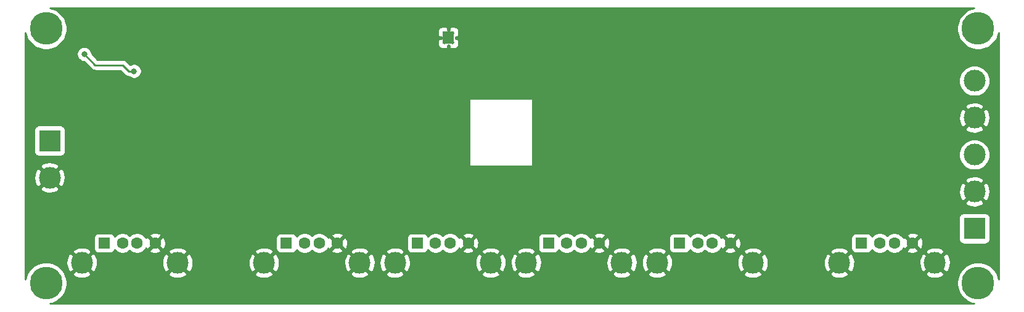
<source format=gbr>
%TF.GenerationSoftware,KiCad,Pcbnew,5.1.6*%
%TF.CreationDate,2020-06-19T21:58:21+02:00*%
%TF.ProjectId,laptop2usb,6c617074-6f70-4327-9573-622e6b696361,rev?*%
%TF.SameCoordinates,Original*%
%TF.FileFunction,Copper,L2,Bot*%
%TF.FilePolarity,Positive*%
%FSLAX46Y46*%
G04 Gerber Fmt 4.6, Leading zero omitted, Abs format (unit mm)*
G04 Created by KiCad (PCBNEW 5.1.6) date 2020-06-19 21:58:21*
%MOMM*%
%LPD*%
G01*
G04 APERTURE LIST*
%TA.AperFunction,ComponentPad*%
%ADD10C,3.000000*%
%TD*%
%TA.AperFunction,ComponentPad*%
%ADD11R,3.000000X3.000000*%
%TD*%
%TA.AperFunction,Conductor*%
%ADD12R,1.600000X1.800000*%
%TD*%
%TA.AperFunction,ViaPad*%
%ADD13C,0.500000*%
%TD*%
%TA.AperFunction,ComponentPad*%
%ADD14C,1.600000*%
%TD*%
%TA.AperFunction,ComponentPad*%
%ADD15R,1.600000X1.500000*%
%TD*%
%TA.AperFunction,ViaPad*%
%ADD16C,4.500000*%
%TD*%
%TA.AperFunction,ViaPad*%
%ADD17C,0.800000*%
%TD*%
%TA.AperFunction,Conductor*%
%ADD18C,0.250000*%
%TD*%
%TA.AperFunction,Conductor*%
%ADD19C,0.254000*%
%TD*%
G04 APERTURE END LIST*
D10*
%TO.P,J8,5*%
%TO.N,Net-(C14-Pad1)*%
X183500000Y-101180000D03*
%TO.P,J8,4*%
%TO.N,GND*%
X183500000Y-106260000D03*
D11*
%TO.P,J8,1*%
%TO.N,Net-(C11-Pad1)*%
X183500000Y-121500000D03*
D10*
%TO.P,J8,3*%
%TO.N,Net-(C12-Pad1)*%
X183500000Y-111340000D03*
%TO.P,J8,2*%
%TO.N,GND*%
X183500000Y-116420000D03*
%TD*%
%TO.P,J1,2*%
%TO.N,GND*%
X56500000Y-114500000D03*
D11*
%TO.P,J1,1*%
%TO.N,Net-(C1-Pad1)*%
X56500000Y-109420000D03*
%TD*%
D12*
%TO.N,GND*%
%TO.C,U1*%
X111250000Y-95250000D03*
D13*
X111800000Y-95900000D03*
X110700000Y-95900000D03*
X111800000Y-94600000D03*
X110700000Y-94600000D03*
%TD*%
D14*
%TO.P,J7,4*%
%TO.N,GND*%
X175000000Y-123500000D03*
%TO.P,J7,3*%
%TO.N,Net-(J7-Pad2)*%
X172500000Y-123500000D03*
%TO.P,J7,2*%
X170500000Y-123500000D03*
D15*
%TO.P,J7,1*%
%TO.N,Net-(C9-Pad1)*%
X168000000Y-123500000D03*
D10*
%TO.P,J7,5*%
%TO.N,GND*%
X178070000Y-126210000D03*
X164930000Y-126210000D03*
%TD*%
D14*
%TO.P,J6,4*%
%TO.N,GND*%
X150000000Y-123500000D03*
%TO.P,J6,3*%
%TO.N,Net-(J6-Pad2)*%
X147500000Y-123500000D03*
%TO.P,J6,2*%
X145500000Y-123500000D03*
D15*
%TO.P,J6,1*%
%TO.N,Net-(C8-Pad1)*%
X143000000Y-123500000D03*
D10*
%TO.P,J6,5*%
%TO.N,GND*%
X153070000Y-126210000D03*
X139930000Y-126210000D03*
%TD*%
D14*
%TO.P,J5,4*%
%TO.N,GND*%
X132000000Y-123500000D03*
%TO.P,J5,3*%
%TO.N,Net-(J5-Pad2)*%
X129500000Y-123500000D03*
%TO.P,J5,2*%
X127500000Y-123500000D03*
D15*
%TO.P,J5,1*%
%TO.N,Net-(C5-Pad1)*%
X125000000Y-123500000D03*
D10*
%TO.P,J5,5*%
%TO.N,GND*%
X135070000Y-126210000D03*
X121930000Y-126210000D03*
%TD*%
D14*
%TO.P,J4,4*%
%TO.N,GND*%
X114000000Y-123500000D03*
%TO.P,J4,3*%
%TO.N,Net-(J4-Pad2)*%
X111500000Y-123500000D03*
%TO.P,J4,2*%
X109500000Y-123500000D03*
D15*
%TO.P,J4,1*%
%TO.N,Net-(C4-Pad1)*%
X107000000Y-123500000D03*
D10*
%TO.P,J4,5*%
%TO.N,GND*%
X117070000Y-126210000D03*
X103930000Y-126210000D03*
%TD*%
D14*
%TO.P,J3,4*%
%TO.N,GND*%
X96000000Y-123500000D03*
%TO.P,J3,3*%
%TO.N,Net-(J3-Pad2)*%
X93500000Y-123500000D03*
%TO.P,J3,2*%
X91500000Y-123500000D03*
D15*
%TO.P,J3,1*%
%TO.N,Net-(C3-Pad1)*%
X89000000Y-123500000D03*
D10*
%TO.P,J3,5*%
%TO.N,GND*%
X99070000Y-126210000D03*
X85930000Y-126210000D03*
%TD*%
D14*
%TO.P,J2,4*%
%TO.N,GND*%
X71000000Y-123500000D03*
%TO.P,J2,3*%
%TO.N,Net-(J2-Pad2)*%
X68500000Y-123500000D03*
%TO.P,J2,2*%
X66500000Y-123500000D03*
D15*
%TO.P,J2,1*%
%TO.N,Net-(C2-Pad1)*%
X64000000Y-123500000D03*
D10*
%TO.P,J2,5*%
%TO.N,GND*%
X74070000Y-126210000D03*
X60930000Y-126210000D03*
%TD*%
D16*
%TO.N,*%
X184000000Y-129000000D03*
X56000000Y-129000000D03*
X56000000Y-94000000D03*
X184000000Y-94000000D03*
D17*
%TO.N,GND*%
X110500000Y-101750000D03*
X112750000Y-101750000D03*
X108250000Y-101750000D03*
X108250000Y-103500000D03*
X112750000Y-103500000D03*
X110500000Y-97500000D03*
X112750000Y-97500000D03*
X108250000Y-97500000D03*
X118263682Y-94740212D03*
%TO.N,+5V*%
X68091853Y-99849343D03*
X61250000Y-97500000D03*
%TD*%
D18*
%TO.N,+5V*%
X66500000Y-99000000D02*
X67349343Y-99849343D01*
X61250000Y-97500000D02*
X62750000Y-99000000D01*
X67349343Y-99849343D02*
X68091853Y-99849343D01*
X62750000Y-99000000D02*
X66500000Y-99000000D01*
%TD*%
D19*
%TO.N,GND*%
G36*
X183158477Y-91225869D02*
G01*
X182633440Y-91443346D01*
X182160920Y-91759074D01*
X181759074Y-92160920D01*
X181443346Y-92633440D01*
X181225869Y-93158477D01*
X181115000Y-93715852D01*
X181115000Y-94284148D01*
X181225869Y-94841523D01*
X181443346Y-95366560D01*
X181759074Y-95839080D01*
X182160920Y-96240926D01*
X182633440Y-96556654D01*
X183158477Y-96774131D01*
X183715852Y-96885000D01*
X184284148Y-96885000D01*
X184841523Y-96774131D01*
X185366560Y-96556654D01*
X185839080Y-96240926D01*
X186240926Y-95839080D01*
X186556654Y-95366560D01*
X186774131Y-94841523D01*
X186840001Y-94510373D01*
X186840000Y-128489622D01*
X186774131Y-128158477D01*
X186556654Y-127633440D01*
X186240926Y-127160920D01*
X185839080Y-126759074D01*
X185366560Y-126443346D01*
X184841523Y-126225869D01*
X184284148Y-126115000D01*
X183715852Y-126115000D01*
X183158477Y-126225869D01*
X182633440Y-126443346D01*
X182160920Y-126759074D01*
X181759074Y-127160920D01*
X181443346Y-127633440D01*
X181225869Y-128158477D01*
X181115000Y-128715852D01*
X181115000Y-129284148D01*
X181225869Y-129841523D01*
X181443346Y-130366560D01*
X181759074Y-130839080D01*
X182160920Y-131240926D01*
X182633440Y-131556654D01*
X183158477Y-131774131D01*
X183489622Y-131840000D01*
X56510378Y-131840000D01*
X56841523Y-131774131D01*
X57366560Y-131556654D01*
X57839080Y-131240926D01*
X58240926Y-130839080D01*
X58556654Y-130366560D01*
X58774131Y-129841523D01*
X58885000Y-129284148D01*
X58885000Y-128715852D01*
X58774131Y-128158477D01*
X58584909Y-127701653D01*
X59617952Y-127701653D01*
X59773962Y-128017214D01*
X60148745Y-128208020D01*
X60553551Y-128322044D01*
X60972824Y-128354902D01*
X61390451Y-128305334D01*
X61790383Y-128175243D01*
X62086038Y-128017214D01*
X62242048Y-127701653D01*
X72757952Y-127701653D01*
X72913962Y-128017214D01*
X73288745Y-128208020D01*
X73693551Y-128322044D01*
X74112824Y-128354902D01*
X74530451Y-128305334D01*
X74930383Y-128175243D01*
X75226038Y-128017214D01*
X75382048Y-127701653D01*
X84617952Y-127701653D01*
X84773962Y-128017214D01*
X85148745Y-128208020D01*
X85553551Y-128322044D01*
X85972824Y-128354902D01*
X86390451Y-128305334D01*
X86790383Y-128175243D01*
X87086038Y-128017214D01*
X87242048Y-127701653D01*
X97757952Y-127701653D01*
X97913962Y-128017214D01*
X98288745Y-128208020D01*
X98693551Y-128322044D01*
X99112824Y-128354902D01*
X99530451Y-128305334D01*
X99930383Y-128175243D01*
X100226038Y-128017214D01*
X100382048Y-127701653D01*
X102617952Y-127701653D01*
X102773962Y-128017214D01*
X103148745Y-128208020D01*
X103553551Y-128322044D01*
X103972824Y-128354902D01*
X104390451Y-128305334D01*
X104790383Y-128175243D01*
X105086038Y-128017214D01*
X105242048Y-127701653D01*
X115757952Y-127701653D01*
X115913962Y-128017214D01*
X116288745Y-128208020D01*
X116693551Y-128322044D01*
X117112824Y-128354902D01*
X117530451Y-128305334D01*
X117930383Y-128175243D01*
X118226038Y-128017214D01*
X118382048Y-127701653D01*
X120617952Y-127701653D01*
X120773962Y-128017214D01*
X121148745Y-128208020D01*
X121553551Y-128322044D01*
X121972824Y-128354902D01*
X122390451Y-128305334D01*
X122790383Y-128175243D01*
X123086038Y-128017214D01*
X123242048Y-127701653D01*
X133757952Y-127701653D01*
X133913962Y-128017214D01*
X134288745Y-128208020D01*
X134693551Y-128322044D01*
X135112824Y-128354902D01*
X135530451Y-128305334D01*
X135930383Y-128175243D01*
X136226038Y-128017214D01*
X136382048Y-127701653D01*
X138617952Y-127701653D01*
X138773962Y-128017214D01*
X139148745Y-128208020D01*
X139553551Y-128322044D01*
X139972824Y-128354902D01*
X140390451Y-128305334D01*
X140790383Y-128175243D01*
X141086038Y-128017214D01*
X141242048Y-127701653D01*
X151757952Y-127701653D01*
X151913962Y-128017214D01*
X152288745Y-128208020D01*
X152693551Y-128322044D01*
X153112824Y-128354902D01*
X153530451Y-128305334D01*
X153930383Y-128175243D01*
X154226038Y-128017214D01*
X154382048Y-127701653D01*
X163617952Y-127701653D01*
X163773962Y-128017214D01*
X164148745Y-128208020D01*
X164553551Y-128322044D01*
X164972824Y-128354902D01*
X165390451Y-128305334D01*
X165790383Y-128175243D01*
X166086038Y-128017214D01*
X166242048Y-127701653D01*
X176757952Y-127701653D01*
X176913962Y-128017214D01*
X177288745Y-128208020D01*
X177693551Y-128322044D01*
X178112824Y-128354902D01*
X178530451Y-128305334D01*
X178930383Y-128175243D01*
X179226038Y-128017214D01*
X179382048Y-127701653D01*
X178070000Y-126389605D01*
X176757952Y-127701653D01*
X166242048Y-127701653D01*
X164930000Y-126389605D01*
X163617952Y-127701653D01*
X154382048Y-127701653D01*
X153070000Y-126389605D01*
X151757952Y-127701653D01*
X141242048Y-127701653D01*
X139930000Y-126389605D01*
X138617952Y-127701653D01*
X136382048Y-127701653D01*
X135070000Y-126389605D01*
X133757952Y-127701653D01*
X123242048Y-127701653D01*
X121930000Y-126389605D01*
X120617952Y-127701653D01*
X118382048Y-127701653D01*
X117070000Y-126389605D01*
X115757952Y-127701653D01*
X105242048Y-127701653D01*
X103930000Y-126389605D01*
X102617952Y-127701653D01*
X100382048Y-127701653D01*
X99070000Y-126389605D01*
X97757952Y-127701653D01*
X87242048Y-127701653D01*
X85930000Y-126389605D01*
X84617952Y-127701653D01*
X75382048Y-127701653D01*
X74070000Y-126389605D01*
X72757952Y-127701653D01*
X62242048Y-127701653D01*
X60930000Y-126389605D01*
X59617952Y-127701653D01*
X58584909Y-127701653D01*
X58556654Y-127633440D01*
X58240926Y-127160920D01*
X57839080Y-126759074D01*
X57366560Y-126443346D01*
X56906599Y-126252824D01*
X58785098Y-126252824D01*
X58834666Y-126670451D01*
X58964757Y-127070383D01*
X59122786Y-127366038D01*
X59438347Y-127522048D01*
X60750395Y-126210000D01*
X61109605Y-126210000D01*
X62421653Y-127522048D01*
X62737214Y-127366038D01*
X62928020Y-126991255D01*
X63042044Y-126586449D01*
X63068189Y-126252824D01*
X71925098Y-126252824D01*
X71974666Y-126670451D01*
X72104757Y-127070383D01*
X72262786Y-127366038D01*
X72578347Y-127522048D01*
X73890395Y-126210000D01*
X74249605Y-126210000D01*
X75561653Y-127522048D01*
X75877214Y-127366038D01*
X76068020Y-126991255D01*
X76182044Y-126586449D01*
X76208189Y-126252824D01*
X83785098Y-126252824D01*
X83834666Y-126670451D01*
X83964757Y-127070383D01*
X84122786Y-127366038D01*
X84438347Y-127522048D01*
X85750395Y-126210000D01*
X86109605Y-126210000D01*
X87421653Y-127522048D01*
X87737214Y-127366038D01*
X87928020Y-126991255D01*
X88042044Y-126586449D01*
X88068189Y-126252824D01*
X96925098Y-126252824D01*
X96974666Y-126670451D01*
X97104757Y-127070383D01*
X97262786Y-127366038D01*
X97578347Y-127522048D01*
X98890395Y-126210000D01*
X99249605Y-126210000D01*
X100561653Y-127522048D01*
X100877214Y-127366038D01*
X101068020Y-126991255D01*
X101182044Y-126586449D01*
X101208189Y-126252824D01*
X101785098Y-126252824D01*
X101834666Y-126670451D01*
X101964757Y-127070383D01*
X102122786Y-127366038D01*
X102438347Y-127522048D01*
X103750395Y-126210000D01*
X104109605Y-126210000D01*
X105421653Y-127522048D01*
X105737214Y-127366038D01*
X105928020Y-126991255D01*
X106042044Y-126586449D01*
X106068189Y-126252824D01*
X114925098Y-126252824D01*
X114974666Y-126670451D01*
X115104757Y-127070383D01*
X115262786Y-127366038D01*
X115578347Y-127522048D01*
X116890395Y-126210000D01*
X117249605Y-126210000D01*
X118561653Y-127522048D01*
X118877214Y-127366038D01*
X119068020Y-126991255D01*
X119182044Y-126586449D01*
X119208189Y-126252824D01*
X119785098Y-126252824D01*
X119834666Y-126670451D01*
X119964757Y-127070383D01*
X120122786Y-127366038D01*
X120438347Y-127522048D01*
X121750395Y-126210000D01*
X122109605Y-126210000D01*
X123421653Y-127522048D01*
X123737214Y-127366038D01*
X123928020Y-126991255D01*
X124042044Y-126586449D01*
X124068189Y-126252824D01*
X132925098Y-126252824D01*
X132974666Y-126670451D01*
X133104757Y-127070383D01*
X133262786Y-127366038D01*
X133578347Y-127522048D01*
X134890395Y-126210000D01*
X135249605Y-126210000D01*
X136561653Y-127522048D01*
X136877214Y-127366038D01*
X137068020Y-126991255D01*
X137182044Y-126586449D01*
X137208189Y-126252824D01*
X137785098Y-126252824D01*
X137834666Y-126670451D01*
X137964757Y-127070383D01*
X138122786Y-127366038D01*
X138438347Y-127522048D01*
X139750395Y-126210000D01*
X140109605Y-126210000D01*
X141421653Y-127522048D01*
X141737214Y-127366038D01*
X141928020Y-126991255D01*
X142042044Y-126586449D01*
X142068189Y-126252824D01*
X150925098Y-126252824D01*
X150974666Y-126670451D01*
X151104757Y-127070383D01*
X151262786Y-127366038D01*
X151578347Y-127522048D01*
X152890395Y-126210000D01*
X153249605Y-126210000D01*
X154561653Y-127522048D01*
X154877214Y-127366038D01*
X155068020Y-126991255D01*
X155182044Y-126586449D01*
X155208189Y-126252824D01*
X162785098Y-126252824D01*
X162834666Y-126670451D01*
X162964757Y-127070383D01*
X163122786Y-127366038D01*
X163438347Y-127522048D01*
X164750395Y-126210000D01*
X165109605Y-126210000D01*
X166421653Y-127522048D01*
X166737214Y-127366038D01*
X166928020Y-126991255D01*
X167042044Y-126586449D01*
X167068189Y-126252824D01*
X175925098Y-126252824D01*
X175974666Y-126670451D01*
X176104757Y-127070383D01*
X176262786Y-127366038D01*
X176578347Y-127522048D01*
X177890395Y-126210000D01*
X178249605Y-126210000D01*
X179561653Y-127522048D01*
X179877214Y-127366038D01*
X180068020Y-126991255D01*
X180182044Y-126586449D01*
X180214902Y-126167176D01*
X180165334Y-125749549D01*
X180035243Y-125349617D01*
X179877214Y-125053962D01*
X179561653Y-124897952D01*
X178249605Y-126210000D01*
X177890395Y-126210000D01*
X176578347Y-124897952D01*
X176262786Y-125053962D01*
X176071980Y-125428745D01*
X175957956Y-125833551D01*
X175925098Y-126252824D01*
X167068189Y-126252824D01*
X167074902Y-126167176D01*
X167025334Y-125749549D01*
X166895243Y-125349617D01*
X166737214Y-125053962D01*
X166421653Y-124897952D01*
X165109605Y-126210000D01*
X164750395Y-126210000D01*
X163438347Y-124897952D01*
X163122786Y-125053962D01*
X162931980Y-125428745D01*
X162817956Y-125833551D01*
X162785098Y-126252824D01*
X155208189Y-126252824D01*
X155214902Y-126167176D01*
X155165334Y-125749549D01*
X155035243Y-125349617D01*
X154877214Y-125053962D01*
X154561653Y-124897952D01*
X153249605Y-126210000D01*
X152890395Y-126210000D01*
X151578347Y-124897952D01*
X151262786Y-125053962D01*
X151071980Y-125428745D01*
X150957956Y-125833551D01*
X150925098Y-126252824D01*
X142068189Y-126252824D01*
X142074902Y-126167176D01*
X142025334Y-125749549D01*
X141895243Y-125349617D01*
X141737214Y-125053962D01*
X141421653Y-124897952D01*
X140109605Y-126210000D01*
X139750395Y-126210000D01*
X138438347Y-124897952D01*
X138122786Y-125053962D01*
X137931980Y-125428745D01*
X137817956Y-125833551D01*
X137785098Y-126252824D01*
X137208189Y-126252824D01*
X137214902Y-126167176D01*
X137165334Y-125749549D01*
X137035243Y-125349617D01*
X136877214Y-125053962D01*
X136561653Y-124897952D01*
X135249605Y-126210000D01*
X134890395Y-126210000D01*
X133578347Y-124897952D01*
X133262786Y-125053962D01*
X133071980Y-125428745D01*
X132957956Y-125833551D01*
X132925098Y-126252824D01*
X124068189Y-126252824D01*
X124074902Y-126167176D01*
X124025334Y-125749549D01*
X123895243Y-125349617D01*
X123737214Y-125053962D01*
X123421653Y-124897952D01*
X122109605Y-126210000D01*
X121750395Y-126210000D01*
X120438347Y-124897952D01*
X120122786Y-125053962D01*
X119931980Y-125428745D01*
X119817956Y-125833551D01*
X119785098Y-126252824D01*
X119208189Y-126252824D01*
X119214902Y-126167176D01*
X119165334Y-125749549D01*
X119035243Y-125349617D01*
X118877214Y-125053962D01*
X118561653Y-124897952D01*
X117249605Y-126210000D01*
X116890395Y-126210000D01*
X115578347Y-124897952D01*
X115262786Y-125053962D01*
X115071980Y-125428745D01*
X114957956Y-125833551D01*
X114925098Y-126252824D01*
X106068189Y-126252824D01*
X106074902Y-126167176D01*
X106025334Y-125749549D01*
X105895243Y-125349617D01*
X105737214Y-125053962D01*
X105421653Y-124897952D01*
X104109605Y-126210000D01*
X103750395Y-126210000D01*
X102438347Y-124897952D01*
X102122786Y-125053962D01*
X101931980Y-125428745D01*
X101817956Y-125833551D01*
X101785098Y-126252824D01*
X101208189Y-126252824D01*
X101214902Y-126167176D01*
X101165334Y-125749549D01*
X101035243Y-125349617D01*
X100877214Y-125053962D01*
X100561653Y-124897952D01*
X99249605Y-126210000D01*
X98890395Y-126210000D01*
X97578347Y-124897952D01*
X97262786Y-125053962D01*
X97071980Y-125428745D01*
X96957956Y-125833551D01*
X96925098Y-126252824D01*
X88068189Y-126252824D01*
X88074902Y-126167176D01*
X88025334Y-125749549D01*
X87895243Y-125349617D01*
X87737214Y-125053962D01*
X87421653Y-124897952D01*
X86109605Y-126210000D01*
X85750395Y-126210000D01*
X84438347Y-124897952D01*
X84122786Y-125053962D01*
X83931980Y-125428745D01*
X83817956Y-125833551D01*
X83785098Y-126252824D01*
X76208189Y-126252824D01*
X76214902Y-126167176D01*
X76165334Y-125749549D01*
X76035243Y-125349617D01*
X75877214Y-125053962D01*
X75561653Y-124897952D01*
X74249605Y-126210000D01*
X73890395Y-126210000D01*
X72578347Y-124897952D01*
X72262786Y-125053962D01*
X72071980Y-125428745D01*
X71957956Y-125833551D01*
X71925098Y-126252824D01*
X63068189Y-126252824D01*
X63074902Y-126167176D01*
X63025334Y-125749549D01*
X62895243Y-125349617D01*
X62737214Y-125053962D01*
X62421653Y-124897952D01*
X61109605Y-126210000D01*
X60750395Y-126210000D01*
X59438347Y-124897952D01*
X59122786Y-125053962D01*
X58931980Y-125428745D01*
X58817956Y-125833551D01*
X58785098Y-126252824D01*
X56906599Y-126252824D01*
X56841523Y-126225869D01*
X56284148Y-126115000D01*
X55715852Y-126115000D01*
X55158477Y-126225869D01*
X54633440Y-126443346D01*
X54160920Y-126759074D01*
X53759074Y-127160920D01*
X53443346Y-127633440D01*
X53225869Y-128158477D01*
X53160000Y-128489622D01*
X53160000Y-124718347D01*
X59617952Y-124718347D01*
X60930000Y-126030395D01*
X62242048Y-124718347D01*
X62086038Y-124402786D01*
X61711255Y-124211980D01*
X61306449Y-124097956D01*
X60887176Y-124065098D01*
X60469549Y-124114666D01*
X60069617Y-124244757D01*
X59773962Y-124402786D01*
X59617952Y-124718347D01*
X53160000Y-124718347D01*
X53160000Y-122750000D01*
X62561928Y-122750000D01*
X62561928Y-124250000D01*
X62574188Y-124374482D01*
X62610498Y-124494180D01*
X62669463Y-124604494D01*
X62748815Y-124701185D01*
X62845506Y-124780537D01*
X62955820Y-124839502D01*
X63075518Y-124875812D01*
X63200000Y-124888072D01*
X64800000Y-124888072D01*
X64924482Y-124875812D01*
X65044180Y-124839502D01*
X65154494Y-124780537D01*
X65251185Y-124701185D01*
X65330537Y-124604494D01*
X65389502Y-124494180D01*
X65407023Y-124436419D01*
X65585241Y-124614637D01*
X65820273Y-124771680D01*
X66081426Y-124879853D01*
X66358665Y-124935000D01*
X66641335Y-124935000D01*
X66918574Y-124879853D01*
X67179727Y-124771680D01*
X67414759Y-124614637D01*
X67500000Y-124529396D01*
X67585241Y-124614637D01*
X67820273Y-124771680D01*
X68081426Y-124879853D01*
X68358665Y-124935000D01*
X68641335Y-124935000D01*
X68918574Y-124879853D01*
X69179727Y-124771680D01*
X69414759Y-124614637D01*
X69536694Y-124492702D01*
X70186903Y-124492702D01*
X70258486Y-124736671D01*
X70513996Y-124857571D01*
X70788184Y-124926300D01*
X71070512Y-124940217D01*
X71350130Y-124898787D01*
X71616292Y-124803603D01*
X71741514Y-124736671D01*
X71746890Y-124718347D01*
X72757952Y-124718347D01*
X74070000Y-126030395D01*
X75382048Y-124718347D01*
X84617952Y-124718347D01*
X85930000Y-126030395D01*
X87242048Y-124718347D01*
X87086038Y-124402786D01*
X86711255Y-124211980D01*
X86306449Y-124097956D01*
X85887176Y-124065098D01*
X85469549Y-124114666D01*
X85069617Y-124244757D01*
X84773962Y-124402786D01*
X84617952Y-124718347D01*
X75382048Y-124718347D01*
X75226038Y-124402786D01*
X74851255Y-124211980D01*
X74446449Y-124097956D01*
X74027176Y-124065098D01*
X73609549Y-124114666D01*
X73209617Y-124244757D01*
X72913962Y-124402786D01*
X72757952Y-124718347D01*
X71746890Y-124718347D01*
X71813097Y-124492702D01*
X71000000Y-123679605D01*
X70186903Y-124492702D01*
X69536694Y-124492702D01*
X69614637Y-124414759D01*
X69748692Y-124214131D01*
X69763329Y-124241514D01*
X70007298Y-124313097D01*
X70820395Y-123500000D01*
X71179605Y-123500000D01*
X71992702Y-124313097D01*
X72236671Y-124241514D01*
X72357571Y-123986004D01*
X72426300Y-123711816D01*
X72440217Y-123429488D01*
X72398787Y-123149870D01*
X72303603Y-122883708D01*
X72236671Y-122758486D01*
X72207750Y-122750000D01*
X87561928Y-122750000D01*
X87561928Y-124250000D01*
X87574188Y-124374482D01*
X87610498Y-124494180D01*
X87669463Y-124604494D01*
X87748815Y-124701185D01*
X87845506Y-124780537D01*
X87955820Y-124839502D01*
X88075518Y-124875812D01*
X88200000Y-124888072D01*
X89800000Y-124888072D01*
X89924482Y-124875812D01*
X90044180Y-124839502D01*
X90154494Y-124780537D01*
X90251185Y-124701185D01*
X90330537Y-124604494D01*
X90389502Y-124494180D01*
X90407023Y-124436419D01*
X90585241Y-124614637D01*
X90820273Y-124771680D01*
X91081426Y-124879853D01*
X91358665Y-124935000D01*
X91641335Y-124935000D01*
X91918574Y-124879853D01*
X92179727Y-124771680D01*
X92414759Y-124614637D01*
X92500000Y-124529396D01*
X92585241Y-124614637D01*
X92820273Y-124771680D01*
X93081426Y-124879853D01*
X93358665Y-124935000D01*
X93641335Y-124935000D01*
X93918574Y-124879853D01*
X94179727Y-124771680D01*
X94414759Y-124614637D01*
X94536694Y-124492702D01*
X95186903Y-124492702D01*
X95258486Y-124736671D01*
X95513996Y-124857571D01*
X95788184Y-124926300D01*
X96070512Y-124940217D01*
X96350130Y-124898787D01*
X96616292Y-124803603D01*
X96741514Y-124736671D01*
X96746890Y-124718347D01*
X97757952Y-124718347D01*
X99070000Y-126030395D01*
X100382048Y-124718347D01*
X102617952Y-124718347D01*
X103930000Y-126030395D01*
X105242048Y-124718347D01*
X105086038Y-124402786D01*
X104711255Y-124211980D01*
X104306449Y-124097956D01*
X103887176Y-124065098D01*
X103469549Y-124114666D01*
X103069617Y-124244757D01*
X102773962Y-124402786D01*
X102617952Y-124718347D01*
X100382048Y-124718347D01*
X100226038Y-124402786D01*
X99851255Y-124211980D01*
X99446449Y-124097956D01*
X99027176Y-124065098D01*
X98609549Y-124114666D01*
X98209617Y-124244757D01*
X97913962Y-124402786D01*
X97757952Y-124718347D01*
X96746890Y-124718347D01*
X96813097Y-124492702D01*
X96000000Y-123679605D01*
X95186903Y-124492702D01*
X94536694Y-124492702D01*
X94614637Y-124414759D01*
X94748692Y-124214131D01*
X94763329Y-124241514D01*
X95007298Y-124313097D01*
X95820395Y-123500000D01*
X96179605Y-123500000D01*
X96992702Y-124313097D01*
X97236671Y-124241514D01*
X97357571Y-123986004D01*
X97426300Y-123711816D01*
X97440217Y-123429488D01*
X97398787Y-123149870D01*
X97303603Y-122883708D01*
X97236671Y-122758486D01*
X97207750Y-122750000D01*
X105561928Y-122750000D01*
X105561928Y-124250000D01*
X105574188Y-124374482D01*
X105610498Y-124494180D01*
X105669463Y-124604494D01*
X105748815Y-124701185D01*
X105845506Y-124780537D01*
X105955820Y-124839502D01*
X106075518Y-124875812D01*
X106200000Y-124888072D01*
X107800000Y-124888072D01*
X107924482Y-124875812D01*
X108044180Y-124839502D01*
X108154494Y-124780537D01*
X108251185Y-124701185D01*
X108330537Y-124604494D01*
X108389502Y-124494180D01*
X108407023Y-124436419D01*
X108585241Y-124614637D01*
X108820273Y-124771680D01*
X109081426Y-124879853D01*
X109358665Y-124935000D01*
X109641335Y-124935000D01*
X109918574Y-124879853D01*
X110179727Y-124771680D01*
X110414759Y-124614637D01*
X110500000Y-124529396D01*
X110585241Y-124614637D01*
X110820273Y-124771680D01*
X111081426Y-124879853D01*
X111358665Y-124935000D01*
X111641335Y-124935000D01*
X111918574Y-124879853D01*
X112179727Y-124771680D01*
X112414759Y-124614637D01*
X112536694Y-124492702D01*
X113186903Y-124492702D01*
X113258486Y-124736671D01*
X113513996Y-124857571D01*
X113788184Y-124926300D01*
X114070512Y-124940217D01*
X114350130Y-124898787D01*
X114616292Y-124803603D01*
X114741514Y-124736671D01*
X114746890Y-124718347D01*
X115757952Y-124718347D01*
X117070000Y-126030395D01*
X118382048Y-124718347D01*
X120617952Y-124718347D01*
X121930000Y-126030395D01*
X123242048Y-124718347D01*
X123086038Y-124402786D01*
X122711255Y-124211980D01*
X122306449Y-124097956D01*
X121887176Y-124065098D01*
X121469549Y-124114666D01*
X121069617Y-124244757D01*
X120773962Y-124402786D01*
X120617952Y-124718347D01*
X118382048Y-124718347D01*
X118226038Y-124402786D01*
X117851255Y-124211980D01*
X117446449Y-124097956D01*
X117027176Y-124065098D01*
X116609549Y-124114666D01*
X116209617Y-124244757D01*
X115913962Y-124402786D01*
X115757952Y-124718347D01*
X114746890Y-124718347D01*
X114813097Y-124492702D01*
X114000000Y-123679605D01*
X113186903Y-124492702D01*
X112536694Y-124492702D01*
X112614637Y-124414759D01*
X112748692Y-124214131D01*
X112763329Y-124241514D01*
X113007298Y-124313097D01*
X113820395Y-123500000D01*
X114179605Y-123500000D01*
X114992702Y-124313097D01*
X115236671Y-124241514D01*
X115357571Y-123986004D01*
X115426300Y-123711816D01*
X115440217Y-123429488D01*
X115398787Y-123149870D01*
X115303603Y-122883708D01*
X115236671Y-122758486D01*
X115207750Y-122750000D01*
X123561928Y-122750000D01*
X123561928Y-124250000D01*
X123574188Y-124374482D01*
X123610498Y-124494180D01*
X123669463Y-124604494D01*
X123748815Y-124701185D01*
X123845506Y-124780537D01*
X123955820Y-124839502D01*
X124075518Y-124875812D01*
X124200000Y-124888072D01*
X125800000Y-124888072D01*
X125924482Y-124875812D01*
X126044180Y-124839502D01*
X126154494Y-124780537D01*
X126251185Y-124701185D01*
X126330537Y-124604494D01*
X126389502Y-124494180D01*
X126407023Y-124436419D01*
X126585241Y-124614637D01*
X126820273Y-124771680D01*
X127081426Y-124879853D01*
X127358665Y-124935000D01*
X127641335Y-124935000D01*
X127918574Y-124879853D01*
X128179727Y-124771680D01*
X128414759Y-124614637D01*
X128500000Y-124529396D01*
X128585241Y-124614637D01*
X128820273Y-124771680D01*
X129081426Y-124879853D01*
X129358665Y-124935000D01*
X129641335Y-124935000D01*
X129918574Y-124879853D01*
X130179727Y-124771680D01*
X130414759Y-124614637D01*
X130536694Y-124492702D01*
X131186903Y-124492702D01*
X131258486Y-124736671D01*
X131513996Y-124857571D01*
X131788184Y-124926300D01*
X132070512Y-124940217D01*
X132350130Y-124898787D01*
X132616292Y-124803603D01*
X132741514Y-124736671D01*
X132746890Y-124718347D01*
X133757952Y-124718347D01*
X135070000Y-126030395D01*
X136382048Y-124718347D01*
X138617952Y-124718347D01*
X139930000Y-126030395D01*
X141242048Y-124718347D01*
X141086038Y-124402786D01*
X140711255Y-124211980D01*
X140306449Y-124097956D01*
X139887176Y-124065098D01*
X139469549Y-124114666D01*
X139069617Y-124244757D01*
X138773962Y-124402786D01*
X138617952Y-124718347D01*
X136382048Y-124718347D01*
X136226038Y-124402786D01*
X135851255Y-124211980D01*
X135446449Y-124097956D01*
X135027176Y-124065098D01*
X134609549Y-124114666D01*
X134209617Y-124244757D01*
X133913962Y-124402786D01*
X133757952Y-124718347D01*
X132746890Y-124718347D01*
X132813097Y-124492702D01*
X132000000Y-123679605D01*
X131186903Y-124492702D01*
X130536694Y-124492702D01*
X130614637Y-124414759D01*
X130748692Y-124214131D01*
X130763329Y-124241514D01*
X131007298Y-124313097D01*
X131820395Y-123500000D01*
X132179605Y-123500000D01*
X132992702Y-124313097D01*
X133236671Y-124241514D01*
X133357571Y-123986004D01*
X133426300Y-123711816D01*
X133440217Y-123429488D01*
X133398787Y-123149870D01*
X133303603Y-122883708D01*
X133236671Y-122758486D01*
X133207750Y-122750000D01*
X141561928Y-122750000D01*
X141561928Y-124250000D01*
X141574188Y-124374482D01*
X141610498Y-124494180D01*
X141669463Y-124604494D01*
X141748815Y-124701185D01*
X141845506Y-124780537D01*
X141955820Y-124839502D01*
X142075518Y-124875812D01*
X142200000Y-124888072D01*
X143800000Y-124888072D01*
X143924482Y-124875812D01*
X144044180Y-124839502D01*
X144154494Y-124780537D01*
X144251185Y-124701185D01*
X144330537Y-124604494D01*
X144389502Y-124494180D01*
X144407023Y-124436419D01*
X144585241Y-124614637D01*
X144820273Y-124771680D01*
X145081426Y-124879853D01*
X145358665Y-124935000D01*
X145641335Y-124935000D01*
X145918574Y-124879853D01*
X146179727Y-124771680D01*
X146414759Y-124614637D01*
X146500000Y-124529396D01*
X146585241Y-124614637D01*
X146820273Y-124771680D01*
X147081426Y-124879853D01*
X147358665Y-124935000D01*
X147641335Y-124935000D01*
X147918574Y-124879853D01*
X148179727Y-124771680D01*
X148414759Y-124614637D01*
X148536694Y-124492702D01*
X149186903Y-124492702D01*
X149258486Y-124736671D01*
X149513996Y-124857571D01*
X149788184Y-124926300D01*
X150070512Y-124940217D01*
X150350130Y-124898787D01*
X150616292Y-124803603D01*
X150741514Y-124736671D01*
X150746890Y-124718347D01*
X151757952Y-124718347D01*
X153070000Y-126030395D01*
X154382048Y-124718347D01*
X163617952Y-124718347D01*
X164930000Y-126030395D01*
X166242048Y-124718347D01*
X166086038Y-124402786D01*
X165711255Y-124211980D01*
X165306449Y-124097956D01*
X164887176Y-124065098D01*
X164469549Y-124114666D01*
X164069617Y-124244757D01*
X163773962Y-124402786D01*
X163617952Y-124718347D01*
X154382048Y-124718347D01*
X154226038Y-124402786D01*
X153851255Y-124211980D01*
X153446449Y-124097956D01*
X153027176Y-124065098D01*
X152609549Y-124114666D01*
X152209617Y-124244757D01*
X151913962Y-124402786D01*
X151757952Y-124718347D01*
X150746890Y-124718347D01*
X150813097Y-124492702D01*
X150000000Y-123679605D01*
X149186903Y-124492702D01*
X148536694Y-124492702D01*
X148614637Y-124414759D01*
X148748692Y-124214131D01*
X148763329Y-124241514D01*
X149007298Y-124313097D01*
X149820395Y-123500000D01*
X150179605Y-123500000D01*
X150992702Y-124313097D01*
X151236671Y-124241514D01*
X151357571Y-123986004D01*
X151426300Y-123711816D01*
X151440217Y-123429488D01*
X151398787Y-123149870D01*
X151303603Y-122883708D01*
X151236671Y-122758486D01*
X151207750Y-122750000D01*
X166561928Y-122750000D01*
X166561928Y-124250000D01*
X166574188Y-124374482D01*
X166610498Y-124494180D01*
X166669463Y-124604494D01*
X166748815Y-124701185D01*
X166845506Y-124780537D01*
X166955820Y-124839502D01*
X167075518Y-124875812D01*
X167200000Y-124888072D01*
X168800000Y-124888072D01*
X168924482Y-124875812D01*
X169044180Y-124839502D01*
X169154494Y-124780537D01*
X169251185Y-124701185D01*
X169330537Y-124604494D01*
X169389502Y-124494180D01*
X169407023Y-124436419D01*
X169585241Y-124614637D01*
X169820273Y-124771680D01*
X170081426Y-124879853D01*
X170358665Y-124935000D01*
X170641335Y-124935000D01*
X170918574Y-124879853D01*
X171179727Y-124771680D01*
X171414759Y-124614637D01*
X171500000Y-124529396D01*
X171585241Y-124614637D01*
X171820273Y-124771680D01*
X172081426Y-124879853D01*
X172358665Y-124935000D01*
X172641335Y-124935000D01*
X172918574Y-124879853D01*
X173179727Y-124771680D01*
X173414759Y-124614637D01*
X173536694Y-124492702D01*
X174186903Y-124492702D01*
X174258486Y-124736671D01*
X174513996Y-124857571D01*
X174788184Y-124926300D01*
X175070512Y-124940217D01*
X175350130Y-124898787D01*
X175616292Y-124803603D01*
X175741514Y-124736671D01*
X175746890Y-124718347D01*
X176757952Y-124718347D01*
X178070000Y-126030395D01*
X179382048Y-124718347D01*
X179226038Y-124402786D01*
X178851255Y-124211980D01*
X178446449Y-124097956D01*
X178027176Y-124065098D01*
X177609549Y-124114666D01*
X177209617Y-124244757D01*
X176913962Y-124402786D01*
X176757952Y-124718347D01*
X175746890Y-124718347D01*
X175813097Y-124492702D01*
X175000000Y-123679605D01*
X174186903Y-124492702D01*
X173536694Y-124492702D01*
X173614637Y-124414759D01*
X173748692Y-124214131D01*
X173763329Y-124241514D01*
X174007298Y-124313097D01*
X174820395Y-123500000D01*
X175179605Y-123500000D01*
X175992702Y-124313097D01*
X176236671Y-124241514D01*
X176357571Y-123986004D01*
X176426300Y-123711816D01*
X176440217Y-123429488D01*
X176398787Y-123149870D01*
X176303603Y-122883708D01*
X176236671Y-122758486D01*
X175992702Y-122686903D01*
X175179605Y-123500000D01*
X174820395Y-123500000D01*
X174007298Y-122686903D01*
X173763329Y-122758486D01*
X173749676Y-122787341D01*
X173614637Y-122585241D01*
X173536694Y-122507298D01*
X174186903Y-122507298D01*
X175000000Y-123320395D01*
X175813097Y-122507298D01*
X175741514Y-122263329D01*
X175486004Y-122142429D01*
X175211816Y-122073700D01*
X174929488Y-122059783D01*
X174649870Y-122101213D01*
X174383708Y-122196397D01*
X174258486Y-122263329D01*
X174186903Y-122507298D01*
X173536694Y-122507298D01*
X173414759Y-122385363D01*
X173179727Y-122228320D01*
X172918574Y-122120147D01*
X172641335Y-122065000D01*
X172358665Y-122065000D01*
X172081426Y-122120147D01*
X171820273Y-122228320D01*
X171585241Y-122385363D01*
X171500000Y-122470604D01*
X171414759Y-122385363D01*
X171179727Y-122228320D01*
X170918574Y-122120147D01*
X170641335Y-122065000D01*
X170358665Y-122065000D01*
X170081426Y-122120147D01*
X169820273Y-122228320D01*
X169585241Y-122385363D01*
X169407023Y-122563581D01*
X169389502Y-122505820D01*
X169330537Y-122395506D01*
X169251185Y-122298815D01*
X169154494Y-122219463D01*
X169044180Y-122160498D01*
X168924482Y-122124188D01*
X168800000Y-122111928D01*
X167200000Y-122111928D01*
X167075518Y-122124188D01*
X166955820Y-122160498D01*
X166845506Y-122219463D01*
X166748815Y-122298815D01*
X166669463Y-122395506D01*
X166610498Y-122505820D01*
X166574188Y-122625518D01*
X166561928Y-122750000D01*
X151207750Y-122750000D01*
X150992702Y-122686903D01*
X150179605Y-123500000D01*
X149820395Y-123500000D01*
X149007298Y-122686903D01*
X148763329Y-122758486D01*
X148749676Y-122787341D01*
X148614637Y-122585241D01*
X148536694Y-122507298D01*
X149186903Y-122507298D01*
X150000000Y-123320395D01*
X150813097Y-122507298D01*
X150741514Y-122263329D01*
X150486004Y-122142429D01*
X150211816Y-122073700D01*
X149929488Y-122059783D01*
X149649870Y-122101213D01*
X149383708Y-122196397D01*
X149258486Y-122263329D01*
X149186903Y-122507298D01*
X148536694Y-122507298D01*
X148414759Y-122385363D01*
X148179727Y-122228320D01*
X147918574Y-122120147D01*
X147641335Y-122065000D01*
X147358665Y-122065000D01*
X147081426Y-122120147D01*
X146820273Y-122228320D01*
X146585241Y-122385363D01*
X146500000Y-122470604D01*
X146414759Y-122385363D01*
X146179727Y-122228320D01*
X145918574Y-122120147D01*
X145641335Y-122065000D01*
X145358665Y-122065000D01*
X145081426Y-122120147D01*
X144820273Y-122228320D01*
X144585241Y-122385363D01*
X144407023Y-122563581D01*
X144389502Y-122505820D01*
X144330537Y-122395506D01*
X144251185Y-122298815D01*
X144154494Y-122219463D01*
X144044180Y-122160498D01*
X143924482Y-122124188D01*
X143800000Y-122111928D01*
X142200000Y-122111928D01*
X142075518Y-122124188D01*
X141955820Y-122160498D01*
X141845506Y-122219463D01*
X141748815Y-122298815D01*
X141669463Y-122395506D01*
X141610498Y-122505820D01*
X141574188Y-122625518D01*
X141561928Y-122750000D01*
X133207750Y-122750000D01*
X132992702Y-122686903D01*
X132179605Y-123500000D01*
X131820395Y-123500000D01*
X131007298Y-122686903D01*
X130763329Y-122758486D01*
X130749676Y-122787341D01*
X130614637Y-122585241D01*
X130536694Y-122507298D01*
X131186903Y-122507298D01*
X132000000Y-123320395D01*
X132813097Y-122507298D01*
X132741514Y-122263329D01*
X132486004Y-122142429D01*
X132211816Y-122073700D01*
X131929488Y-122059783D01*
X131649870Y-122101213D01*
X131383708Y-122196397D01*
X131258486Y-122263329D01*
X131186903Y-122507298D01*
X130536694Y-122507298D01*
X130414759Y-122385363D01*
X130179727Y-122228320D01*
X129918574Y-122120147D01*
X129641335Y-122065000D01*
X129358665Y-122065000D01*
X129081426Y-122120147D01*
X128820273Y-122228320D01*
X128585241Y-122385363D01*
X128500000Y-122470604D01*
X128414759Y-122385363D01*
X128179727Y-122228320D01*
X127918574Y-122120147D01*
X127641335Y-122065000D01*
X127358665Y-122065000D01*
X127081426Y-122120147D01*
X126820273Y-122228320D01*
X126585241Y-122385363D01*
X126407023Y-122563581D01*
X126389502Y-122505820D01*
X126330537Y-122395506D01*
X126251185Y-122298815D01*
X126154494Y-122219463D01*
X126044180Y-122160498D01*
X125924482Y-122124188D01*
X125800000Y-122111928D01*
X124200000Y-122111928D01*
X124075518Y-122124188D01*
X123955820Y-122160498D01*
X123845506Y-122219463D01*
X123748815Y-122298815D01*
X123669463Y-122395506D01*
X123610498Y-122505820D01*
X123574188Y-122625518D01*
X123561928Y-122750000D01*
X115207750Y-122750000D01*
X114992702Y-122686903D01*
X114179605Y-123500000D01*
X113820395Y-123500000D01*
X113007298Y-122686903D01*
X112763329Y-122758486D01*
X112749676Y-122787341D01*
X112614637Y-122585241D01*
X112536694Y-122507298D01*
X113186903Y-122507298D01*
X114000000Y-123320395D01*
X114813097Y-122507298D01*
X114741514Y-122263329D01*
X114486004Y-122142429D01*
X114211816Y-122073700D01*
X113929488Y-122059783D01*
X113649870Y-122101213D01*
X113383708Y-122196397D01*
X113258486Y-122263329D01*
X113186903Y-122507298D01*
X112536694Y-122507298D01*
X112414759Y-122385363D01*
X112179727Y-122228320D01*
X111918574Y-122120147D01*
X111641335Y-122065000D01*
X111358665Y-122065000D01*
X111081426Y-122120147D01*
X110820273Y-122228320D01*
X110585241Y-122385363D01*
X110500000Y-122470604D01*
X110414759Y-122385363D01*
X110179727Y-122228320D01*
X109918574Y-122120147D01*
X109641335Y-122065000D01*
X109358665Y-122065000D01*
X109081426Y-122120147D01*
X108820273Y-122228320D01*
X108585241Y-122385363D01*
X108407023Y-122563581D01*
X108389502Y-122505820D01*
X108330537Y-122395506D01*
X108251185Y-122298815D01*
X108154494Y-122219463D01*
X108044180Y-122160498D01*
X107924482Y-122124188D01*
X107800000Y-122111928D01*
X106200000Y-122111928D01*
X106075518Y-122124188D01*
X105955820Y-122160498D01*
X105845506Y-122219463D01*
X105748815Y-122298815D01*
X105669463Y-122395506D01*
X105610498Y-122505820D01*
X105574188Y-122625518D01*
X105561928Y-122750000D01*
X97207750Y-122750000D01*
X96992702Y-122686903D01*
X96179605Y-123500000D01*
X95820395Y-123500000D01*
X95007298Y-122686903D01*
X94763329Y-122758486D01*
X94749676Y-122787341D01*
X94614637Y-122585241D01*
X94536694Y-122507298D01*
X95186903Y-122507298D01*
X96000000Y-123320395D01*
X96813097Y-122507298D01*
X96741514Y-122263329D01*
X96486004Y-122142429D01*
X96211816Y-122073700D01*
X95929488Y-122059783D01*
X95649870Y-122101213D01*
X95383708Y-122196397D01*
X95258486Y-122263329D01*
X95186903Y-122507298D01*
X94536694Y-122507298D01*
X94414759Y-122385363D01*
X94179727Y-122228320D01*
X93918574Y-122120147D01*
X93641335Y-122065000D01*
X93358665Y-122065000D01*
X93081426Y-122120147D01*
X92820273Y-122228320D01*
X92585241Y-122385363D01*
X92500000Y-122470604D01*
X92414759Y-122385363D01*
X92179727Y-122228320D01*
X91918574Y-122120147D01*
X91641335Y-122065000D01*
X91358665Y-122065000D01*
X91081426Y-122120147D01*
X90820273Y-122228320D01*
X90585241Y-122385363D01*
X90407023Y-122563581D01*
X90389502Y-122505820D01*
X90330537Y-122395506D01*
X90251185Y-122298815D01*
X90154494Y-122219463D01*
X90044180Y-122160498D01*
X89924482Y-122124188D01*
X89800000Y-122111928D01*
X88200000Y-122111928D01*
X88075518Y-122124188D01*
X87955820Y-122160498D01*
X87845506Y-122219463D01*
X87748815Y-122298815D01*
X87669463Y-122395506D01*
X87610498Y-122505820D01*
X87574188Y-122625518D01*
X87561928Y-122750000D01*
X72207750Y-122750000D01*
X71992702Y-122686903D01*
X71179605Y-123500000D01*
X70820395Y-123500000D01*
X70007298Y-122686903D01*
X69763329Y-122758486D01*
X69749676Y-122787341D01*
X69614637Y-122585241D01*
X69536694Y-122507298D01*
X70186903Y-122507298D01*
X71000000Y-123320395D01*
X71813097Y-122507298D01*
X71741514Y-122263329D01*
X71486004Y-122142429D01*
X71211816Y-122073700D01*
X70929488Y-122059783D01*
X70649870Y-122101213D01*
X70383708Y-122196397D01*
X70258486Y-122263329D01*
X70186903Y-122507298D01*
X69536694Y-122507298D01*
X69414759Y-122385363D01*
X69179727Y-122228320D01*
X68918574Y-122120147D01*
X68641335Y-122065000D01*
X68358665Y-122065000D01*
X68081426Y-122120147D01*
X67820273Y-122228320D01*
X67585241Y-122385363D01*
X67500000Y-122470604D01*
X67414759Y-122385363D01*
X67179727Y-122228320D01*
X66918574Y-122120147D01*
X66641335Y-122065000D01*
X66358665Y-122065000D01*
X66081426Y-122120147D01*
X65820273Y-122228320D01*
X65585241Y-122385363D01*
X65407023Y-122563581D01*
X65389502Y-122505820D01*
X65330537Y-122395506D01*
X65251185Y-122298815D01*
X65154494Y-122219463D01*
X65044180Y-122160498D01*
X64924482Y-122124188D01*
X64800000Y-122111928D01*
X63200000Y-122111928D01*
X63075518Y-122124188D01*
X62955820Y-122160498D01*
X62845506Y-122219463D01*
X62748815Y-122298815D01*
X62669463Y-122395506D01*
X62610498Y-122505820D01*
X62574188Y-122625518D01*
X62561928Y-122750000D01*
X53160000Y-122750000D01*
X53160000Y-120000000D01*
X181361928Y-120000000D01*
X181361928Y-123000000D01*
X181374188Y-123124482D01*
X181410498Y-123244180D01*
X181469463Y-123354494D01*
X181548815Y-123451185D01*
X181645506Y-123530537D01*
X181755820Y-123589502D01*
X181875518Y-123625812D01*
X182000000Y-123638072D01*
X185000000Y-123638072D01*
X185124482Y-123625812D01*
X185244180Y-123589502D01*
X185354494Y-123530537D01*
X185451185Y-123451185D01*
X185530537Y-123354494D01*
X185589502Y-123244180D01*
X185625812Y-123124482D01*
X185638072Y-123000000D01*
X185638072Y-120000000D01*
X185625812Y-119875518D01*
X185589502Y-119755820D01*
X185530537Y-119645506D01*
X185451185Y-119548815D01*
X185354494Y-119469463D01*
X185244180Y-119410498D01*
X185124482Y-119374188D01*
X185000000Y-119361928D01*
X182000000Y-119361928D01*
X181875518Y-119374188D01*
X181755820Y-119410498D01*
X181645506Y-119469463D01*
X181548815Y-119548815D01*
X181469463Y-119645506D01*
X181410498Y-119755820D01*
X181374188Y-119875518D01*
X181361928Y-120000000D01*
X53160000Y-120000000D01*
X53160000Y-117911653D01*
X182187952Y-117911653D01*
X182343962Y-118227214D01*
X182718745Y-118418020D01*
X183123551Y-118532044D01*
X183542824Y-118564902D01*
X183960451Y-118515334D01*
X184360383Y-118385243D01*
X184656038Y-118227214D01*
X184812048Y-117911653D01*
X183500000Y-116599605D01*
X182187952Y-117911653D01*
X53160000Y-117911653D01*
X53160000Y-115991653D01*
X55187952Y-115991653D01*
X55343962Y-116307214D01*
X55718745Y-116498020D01*
X56123551Y-116612044D01*
X56542824Y-116644902D01*
X56960451Y-116595334D01*
X57360383Y-116465243D01*
X57364908Y-116462824D01*
X181355098Y-116462824D01*
X181404666Y-116880451D01*
X181534757Y-117280383D01*
X181692786Y-117576038D01*
X182008347Y-117732048D01*
X183320395Y-116420000D01*
X183679605Y-116420000D01*
X184991653Y-117732048D01*
X185307214Y-117576038D01*
X185498020Y-117201255D01*
X185612044Y-116796449D01*
X185644902Y-116377176D01*
X185595334Y-115959549D01*
X185465243Y-115559617D01*
X185307214Y-115263962D01*
X184991653Y-115107952D01*
X183679605Y-116420000D01*
X183320395Y-116420000D01*
X182008347Y-115107952D01*
X181692786Y-115263962D01*
X181501980Y-115638745D01*
X181387956Y-116043551D01*
X181355098Y-116462824D01*
X57364908Y-116462824D01*
X57656038Y-116307214D01*
X57812048Y-115991653D01*
X56500000Y-114679605D01*
X55187952Y-115991653D01*
X53160000Y-115991653D01*
X53160000Y-114542824D01*
X54355098Y-114542824D01*
X54404666Y-114960451D01*
X54534757Y-115360383D01*
X54692786Y-115656038D01*
X55008347Y-115812048D01*
X56320395Y-114500000D01*
X56679605Y-114500000D01*
X57991653Y-115812048D01*
X58307214Y-115656038D01*
X58498020Y-115281255D01*
X58597425Y-114928347D01*
X182187952Y-114928347D01*
X183500000Y-116240395D01*
X184812048Y-114928347D01*
X184656038Y-114612786D01*
X184281255Y-114421980D01*
X183876449Y-114307956D01*
X183457176Y-114275098D01*
X183039549Y-114324666D01*
X182639617Y-114454757D01*
X182343962Y-114612786D01*
X182187952Y-114928347D01*
X58597425Y-114928347D01*
X58612044Y-114876449D01*
X58644902Y-114457176D01*
X58595334Y-114039549D01*
X58465243Y-113639617D01*
X58307214Y-113343962D01*
X57991653Y-113187952D01*
X56679605Y-114500000D01*
X56320395Y-114500000D01*
X55008347Y-113187952D01*
X54692786Y-113343962D01*
X54501980Y-113718745D01*
X54387956Y-114123551D01*
X54355098Y-114542824D01*
X53160000Y-114542824D01*
X53160000Y-113008347D01*
X55187952Y-113008347D01*
X56500000Y-114320395D01*
X57812048Y-113008347D01*
X57656038Y-112692786D01*
X57281255Y-112501980D01*
X56876449Y-112387956D01*
X56457176Y-112355098D01*
X56039549Y-112404666D01*
X55639617Y-112534757D01*
X55343962Y-112692786D01*
X55187952Y-113008347D01*
X53160000Y-113008347D01*
X53160000Y-107920000D01*
X54361928Y-107920000D01*
X54361928Y-110920000D01*
X54374188Y-111044482D01*
X54410498Y-111164180D01*
X54469463Y-111274494D01*
X54548815Y-111371185D01*
X54645506Y-111450537D01*
X54755820Y-111509502D01*
X54875518Y-111545812D01*
X55000000Y-111558072D01*
X58000000Y-111558072D01*
X58124482Y-111545812D01*
X58244180Y-111509502D01*
X58354494Y-111450537D01*
X58451185Y-111371185D01*
X58530537Y-111274494D01*
X58589502Y-111164180D01*
X58625812Y-111044482D01*
X58638072Y-110920000D01*
X58638072Y-107920000D01*
X58625812Y-107795518D01*
X58589502Y-107675820D01*
X58530537Y-107565506D01*
X58451185Y-107468815D01*
X58354494Y-107389463D01*
X58244180Y-107330498D01*
X58124482Y-107294188D01*
X58000000Y-107281928D01*
X55000000Y-107281928D01*
X54875518Y-107294188D01*
X54755820Y-107330498D01*
X54645506Y-107389463D01*
X54548815Y-107468815D01*
X54469463Y-107565506D01*
X54410498Y-107675820D01*
X54374188Y-107795518D01*
X54361928Y-107920000D01*
X53160000Y-107920000D01*
X53160000Y-103750000D01*
X114123000Y-103750000D01*
X114123000Y-112837213D01*
X114125440Y-112861989D01*
X114132667Y-112885814D01*
X114144403Y-112907770D01*
X114160197Y-112927016D01*
X114179443Y-112942810D01*
X114201399Y-112954546D01*
X114225224Y-112961773D01*
X114250000Y-112964213D01*
X122750000Y-112964213D01*
X122774776Y-112961773D01*
X122798601Y-112954546D01*
X122820557Y-112942810D01*
X122839803Y-112927016D01*
X122855597Y-112907770D01*
X122867333Y-112885814D01*
X122874560Y-112861989D01*
X122877000Y-112837213D01*
X122877000Y-111129721D01*
X181365000Y-111129721D01*
X181365000Y-111550279D01*
X181447047Y-111962756D01*
X181607988Y-112351302D01*
X181841637Y-112700983D01*
X182139017Y-112998363D01*
X182488698Y-113232012D01*
X182877244Y-113392953D01*
X183289721Y-113475000D01*
X183710279Y-113475000D01*
X184122756Y-113392953D01*
X184511302Y-113232012D01*
X184860983Y-112998363D01*
X185158363Y-112700983D01*
X185392012Y-112351302D01*
X185552953Y-111962756D01*
X185635000Y-111550279D01*
X185635000Y-111129721D01*
X185552953Y-110717244D01*
X185392012Y-110328698D01*
X185158363Y-109979017D01*
X184860983Y-109681637D01*
X184511302Y-109447988D01*
X184122756Y-109287047D01*
X183710279Y-109205000D01*
X183289721Y-109205000D01*
X182877244Y-109287047D01*
X182488698Y-109447988D01*
X182139017Y-109681637D01*
X181841637Y-109979017D01*
X181607988Y-110328698D01*
X181447047Y-110717244D01*
X181365000Y-111129721D01*
X122877000Y-111129721D01*
X122877000Y-107751653D01*
X182187952Y-107751653D01*
X182343962Y-108067214D01*
X182718745Y-108258020D01*
X183123551Y-108372044D01*
X183542824Y-108404902D01*
X183960451Y-108355334D01*
X184360383Y-108225243D01*
X184656038Y-108067214D01*
X184812048Y-107751653D01*
X183500000Y-106439605D01*
X182187952Y-107751653D01*
X122877000Y-107751653D01*
X122877000Y-106302824D01*
X181355098Y-106302824D01*
X181404666Y-106720451D01*
X181534757Y-107120383D01*
X181692786Y-107416038D01*
X182008347Y-107572048D01*
X183320395Y-106260000D01*
X183679605Y-106260000D01*
X184991653Y-107572048D01*
X185307214Y-107416038D01*
X185498020Y-107041255D01*
X185612044Y-106636449D01*
X185644902Y-106217176D01*
X185595334Y-105799549D01*
X185465243Y-105399617D01*
X185307214Y-105103962D01*
X184991653Y-104947952D01*
X183679605Y-106260000D01*
X183320395Y-106260000D01*
X182008347Y-104947952D01*
X181692786Y-105103962D01*
X181501980Y-105478745D01*
X181387956Y-105883551D01*
X181355098Y-106302824D01*
X122877000Y-106302824D01*
X122877000Y-104768347D01*
X182187952Y-104768347D01*
X183500000Y-106080395D01*
X184812048Y-104768347D01*
X184656038Y-104452786D01*
X184281255Y-104261980D01*
X183876449Y-104147956D01*
X183457176Y-104115098D01*
X183039549Y-104164666D01*
X182639617Y-104294757D01*
X182343962Y-104452786D01*
X182187952Y-104768347D01*
X122877000Y-104768347D01*
X122877000Y-103750000D01*
X122874560Y-103725224D01*
X122867333Y-103701399D01*
X122855597Y-103679443D01*
X122839803Y-103660197D01*
X122820557Y-103644403D01*
X122798601Y-103632667D01*
X122774776Y-103625440D01*
X122750000Y-103623000D01*
X114250000Y-103623000D01*
X114225224Y-103625440D01*
X114201399Y-103632667D01*
X114179443Y-103644403D01*
X114160197Y-103660197D01*
X114144403Y-103679443D01*
X114132667Y-103701399D01*
X114125440Y-103725224D01*
X114123000Y-103750000D01*
X53160000Y-103750000D01*
X53160000Y-100969721D01*
X181365000Y-100969721D01*
X181365000Y-101390279D01*
X181447047Y-101802756D01*
X181607988Y-102191302D01*
X181841637Y-102540983D01*
X182139017Y-102838363D01*
X182488698Y-103072012D01*
X182877244Y-103232953D01*
X183289721Y-103315000D01*
X183710279Y-103315000D01*
X184122756Y-103232953D01*
X184511302Y-103072012D01*
X184860983Y-102838363D01*
X185158363Y-102540983D01*
X185392012Y-102191302D01*
X185552953Y-101802756D01*
X185635000Y-101390279D01*
X185635000Y-100969721D01*
X185552953Y-100557244D01*
X185392012Y-100168698D01*
X185158363Y-99819017D01*
X184860983Y-99521637D01*
X184511302Y-99287988D01*
X184122756Y-99127047D01*
X183710279Y-99045000D01*
X183289721Y-99045000D01*
X182877244Y-99127047D01*
X182488698Y-99287988D01*
X182139017Y-99521637D01*
X181841637Y-99819017D01*
X181607988Y-100168698D01*
X181447047Y-100557244D01*
X181365000Y-100969721D01*
X53160000Y-100969721D01*
X53160000Y-97398061D01*
X60215000Y-97398061D01*
X60215000Y-97601939D01*
X60254774Y-97801898D01*
X60332795Y-97990256D01*
X60446063Y-98159774D01*
X60590226Y-98303937D01*
X60759744Y-98417205D01*
X60948102Y-98495226D01*
X61148061Y-98535000D01*
X61210199Y-98535000D01*
X62186200Y-99511002D01*
X62209999Y-99540001D01*
X62325724Y-99634974D01*
X62457753Y-99705546D01*
X62601014Y-99749003D01*
X62712667Y-99760000D01*
X62712676Y-99760000D01*
X62749999Y-99763676D01*
X62787322Y-99760000D01*
X66185198Y-99760000D01*
X66785548Y-100360351D01*
X66809342Y-100389344D01*
X66838335Y-100413138D01*
X66838339Y-100413142D01*
X66909028Y-100471154D01*
X66925067Y-100484317D01*
X67057096Y-100554889D01*
X67200357Y-100598346D01*
X67312010Y-100609343D01*
X67312019Y-100609343D01*
X67349342Y-100613019D01*
X67386665Y-100609343D01*
X67388142Y-100609343D01*
X67432079Y-100653280D01*
X67601597Y-100766548D01*
X67789955Y-100844569D01*
X67989914Y-100884343D01*
X68193792Y-100884343D01*
X68393751Y-100844569D01*
X68582109Y-100766548D01*
X68751627Y-100653280D01*
X68895790Y-100509117D01*
X69009058Y-100339599D01*
X69087079Y-100151241D01*
X69126853Y-99951282D01*
X69126853Y-99747404D01*
X69087079Y-99547445D01*
X69009058Y-99359087D01*
X68895790Y-99189569D01*
X68751627Y-99045406D01*
X68582109Y-98932138D01*
X68393751Y-98854117D01*
X68193792Y-98814343D01*
X67989914Y-98814343D01*
X67789955Y-98854117D01*
X67601597Y-98932138D01*
X67544854Y-98970052D01*
X67063803Y-98489002D01*
X67040001Y-98459999D01*
X66924276Y-98365026D01*
X66792247Y-98294454D01*
X66648986Y-98250997D01*
X66537333Y-98240000D01*
X66537322Y-98240000D01*
X66500000Y-98236324D01*
X66462678Y-98240000D01*
X63064802Y-98240000D01*
X62285000Y-97460199D01*
X62285000Y-97398061D01*
X62245226Y-97198102D01*
X62167205Y-97009744D01*
X62053937Y-96840226D01*
X61909774Y-96696063D01*
X61740256Y-96582795D01*
X61551898Y-96504774D01*
X61351939Y-96465000D01*
X61148061Y-96465000D01*
X60948102Y-96504774D01*
X60759744Y-96582795D01*
X60590226Y-96696063D01*
X60446063Y-96840226D01*
X60332795Y-97009744D01*
X60254774Y-97198102D01*
X60215000Y-97398061D01*
X53160000Y-97398061D01*
X53160000Y-94510378D01*
X53225869Y-94841523D01*
X53443346Y-95366560D01*
X53759074Y-95839080D01*
X54160920Y-96240926D01*
X54633440Y-96556654D01*
X55158477Y-96774131D01*
X55715852Y-96885000D01*
X56284148Y-96885000D01*
X56841523Y-96774131D01*
X57366560Y-96556654D01*
X57839080Y-96240926D01*
X58240926Y-95839080D01*
X58556654Y-95366560D01*
X58774131Y-94841523D01*
X58871901Y-94350000D01*
X109811928Y-94350000D01*
X109815000Y-94964250D01*
X109973750Y-95123000D01*
X110281658Y-95123000D01*
X110280141Y-95193807D01*
X110277784Y-95196164D01*
X110278937Y-95250000D01*
X110277784Y-95303836D01*
X110280141Y-95306193D01*
X110281658Y-95377000D01*
X109973750Y-95377000D01*
X109815000Y-95535750D01*
X109811928Y-96150000D01*
X109824188Y-96274482D01*
X109860498Y-96394180D01*
X109919463Y-96504494D01*
X109998815Y-96601185D01*
X110095506Y-96680537D01*
X110205820Y-96739502D01*
X110325518Y-96775812D01*
X110450000Y-96788072D01*
X110964250Y-96785000D01*
X111026416Y-96722834D01*
X111118174Y-96684827D01*
X111119351Y-96629899D01*
X111123000Y-96626250D01*
X111123000Y-96320484D01*
X111203836Y-96322216D01*
X111250000Y-96276052D01*
X111296164Y-96322216D01*
X111377000Y-96320484D01*
X111377000Y-96626250D01*
X111380649Y-96629899D01*
X111381826Y-96684827D01*
X111473344Y-96722594D01*
X111535750Y-96785000D01*
X112050000Y-96788072D01*
X112174482Y-96775812D01*
X112294180Y-96739502D01*
X112404494Y-96680537D01*
X112501185Y-96601185D01*
X112580537Y-96504494D01*
X112639502Y-96394180D01*
X112675812Y-96274482D01*
X112688072Y-96150000D01*
X112685000Y-95535750D01*
X112526250Y-95377000D01*
X112218342Y-95377000D01*
X112219859Y-95306193D01*
X112222216Y-95303836D01*
X112221063Y-95250000D01*
X112222216Y-95196164D01*
X112219859Y-95193807D01*
X112218342Y-95123000D01*
X112526250Y-95123000D01*
X112685000Y-94964250D01*
X112688072Y-94350000D01*
X112675812Y-94225518D01*
X112639502Y-94105820D01*
X112580537Y-93995506D01*
X112501185Y-93898815D01*
X112404494Y-93819463D01*
X112294180Y-93760498D01*
X112174482Y-93724188D01*
X112050000Y-93711928D01*
X111535750Y-93715000D01*
X111473584Y-93777166D01*
X111381826Y-93815173D01*
X111380649Y-93870101D01*
X111377000Y-93873750D01*
X111377000Y-94179516D01*
X111296164Y-94177784D01*
X111250000Y-94223948D01*
X111203836Y-94177784D01*
X111123000Y-94179516D01*
X111123000Y-93873750D01*
X111119351Y-93870101D01*
X111118174Y-93815173D01*
X111026656Y-93777406D01*
X110964250Y-93715000D01*
X110450000Y-93711928D01*
X110325518Y-93724188D01*
X110205820Y-93760498D01*
X110095506Y-93819463D01*
X109998815Y-93898815D01*
X109919463Y-93995506D01*
X109860498Y-94105820D01*
X109824188Y-94225518D01*
X109811928Y-94350000D01*
X58871901Y-94350000D01*
X58885000Y-94284148D01*
X58885000Y-93715852D01*
X58774131Y-93158477D01*
X58556654Y-92633440D01*
X58240926Y-92160920D01*
X57839080Y-91759074D01*
X57366560Y-91443346D01*
X56841523Y-91225869D01*
X56510378Y-91160000D01*
X183489622Y-91160000D01*
X183158477Y-91225869D01*
G37*
X183158477Y-91225869D02*
X182633440Y-91443346D01*
X182160920Y-91759074D01*
X181759074Y-92160920D01*
X181443346Y-92633440D01*
X181225869Y-93158477D01*
X181115000Y-93715852D01*
X181115000Y-94284148D01*
X181225869Y-94841523D01*
X181443346Y-95366560D01*
X181759074Y-95839080D01*
X182160920Y-96240926D01*
X182633440Y-96556654D01*
X183158477Y-96774131D01*
X183715852Y-96885000D01*
X184284148Y-96885000D01*
X184841523Y-96774131D01*
X185366560Y-96556654D01*
X185839080Y-96240926D01*
X186240926Y-95839080D01*
X186556654Y-95366560D01*
X186774131Y-94841523D01*
X186840001Y-94510373D01*
X186840000Y-128489622D01*
X186774131Y-128158477D01*
X186556654Y-127633440D01*
X186240926Y-127160920D01*
X185839080Y-126759074D01*
X185366560Y-126443346D01*
X184841523Y-126225869D01*
X184284148Y-126115000D01*
X183715852Y-126115000D01*
X183158477Y-126225869D01*
X182633440Y-126443346D01*
X182160920Y-126759074D01*
X181759074Y-127160920D01*
X181443346Y-127633440D01*
X181225869Y-128158477D01*
X181115000Y-128715852D01*
X181115000Y-129284148D01*
X181225869Y-129841523D01*
X181443346Y-130366560D01*
X181759074Y-130839080D01*
X182160920Y-131240926D01*
X182633440Y-131556654D01*
X183158477Y-131774131D01*
X183489622Y-131840000D01*
X56510378Y-131840000D01*
X56841523Y-131774131D01*
X57366560Y-131556654D01*
X57839080Y-131240926D01*
X58240926Y-130839080D01*
X58556654Y-130366560D01*
X58774131Y-129841523D01*
X58885000Y-129284148D01*
X58885000Y-128715852D01*
X58774131Y-128158477D01*
X58584909Y-127701653D01*
X59617952Y-127701653D01*
X59773962Y-128017214D01*
X60148745Y-128208020D01*
X60553551Y-128322044D01*
X60972824Y-128354902D01*
X61390451Y-128305334D01*
X61790383Y-128175243D01*
X62086038Y-128017214D01*
X62242048Y-127701653D01*
X72757952Y-127701653D01*
X72913962Y-128017214D01*
X73288745Y-128208020D01*
X73693551Y-128322044D01*
X74112824Y-128354902D01*
X74530451Y-128305334D01*
X74930383Y-128175243D01*
X75226038Y-128017214D01*
X75382048Y-127701653D01*
X84617952Y-127701653D01*
X84773962Y-128017214D01*
X85148745Y-128208020D01*
X85553551Y-128322044D01*
X85972824Y-128354902D01*
X86390451Y-128305334D01*
X86790383Y-128175243D01*
X87086038Y-128017214D01*
X87242048Y-127701653D01*
X97757952Y-127701653D01*
X97913962Y-128017214D01*
X98288745Y-128208020D01*
X98693551Y-128322044D01*
X99112824Y-128354902D01*
X99530451Y-128305334D01*
X99930383Y-128175243D01*
X100226038Y-128017214D01*
X100382048Y-127701653D01*
X102617952Y-127701653D01*
X102773962Y-128017214D01*
X103148745Y-128208020D01*
X103553551Y-128322044D01*
X103972824Y-128354902D01*
X104390451Y-128305334D01*
X104790383Y-128175243D01*
X105086038Y-128017214D01*
X105242048Y-127701653D01*
X115757952Y-127701653D01*
X115913962Y-128017214D01*
X116288745Y-128208020D01*
X116693551Y-128322044D01*
X117112824Y-128354902D01*
X117530451Y-128305334D01*
X117930383Y-128175243D01*
X118226038Y-128017214D01*
X118382048Y-127701653D01*
X120617952Y-127701653D01*
X120773962Y-128017214D01*
X121148745Y-128208020D01*
X121553551Y-128322044D01*
X121972824Y-128354902D01*
X122390451Y-128305334D01*
X122790383Y-128175243D01*
X123086038Y-128017214D01*
X123242048Y-127701653D01*
X133757952Y-127701653D01*
X133913962Y-128017214D01*
X134288745Y-128208020D01*
X134693551Y-128322044D01*
X135112824Y-128354902D01*
X135530451Y-128305334D01*
X135930383Y-128175243D01*
X136226038Y-128017214D01*
X136382048Y-127701653D01*
X138617952Y-127701653D01*
X138773962Y-128017214D01*
X139148745Y-128208020D01*
X139553551Y-128322044D01*
X139972824Y-128354902D01*
X140390451Y-128305334D01*
X140790383Y-128175243D01*
X141086038Y-128017214D01*
X141242048Y-127701653D01*
X151757952Y-127701653D01*
X151913962Y-128017214D01*
X152288745Y-128208020D01*
X152693551Y-128322044D01*
X153112824Y-128354902D01*
X153530451Y-128305334D01*
X153930383Y-128175243D01*
X154226038Y-128017214D01*
X154382048Y-127701653D01*
X163617952Y-127701653D01*
X163773962Y-128017214D01*
X164148745Y-128208020D01*
X164553551Y-128322044D01*
X164972824Y-128354902D01*
X165390451Y-128305334D01*
X165790383Y-128175243D01*
X166086038Y-128017214D01*
X166242048Y-127701653D01*
X176757952Y-127701653D01*
X176913962Y-128017214D01*
X177288745Y-128208020D01*
X177693551Y-128322044D01*
X178112824Y-128354902D01*
X178530451Y-128305334D01*
X178930383Y-128175243D01*
X179226038Y-128017214D01*
X179382048Y-127701653D01*
X178070000Y-126389605D01*
X176757952Y-127701653D01*
X166242048Y-127701653D01*
X164930000Y-126389605D01*
X163617952Y-127701653D01*
X154382048Y-127701653D01*
X153070000Y-126389605D01*
X151757952Y-127701653D01*
X141242048Y-127701653D01*
X139930000Y-126389605D01*
X138617952Y-127701653D01*
X136382048Y-127701653D01*
X135070000Y-126389605D01*
X133757952Y-127701653D01*
X123242048Y-127701653D01*
X121930000Y-126389605D01*
X120617952Y-127701653D01*
X118382048Y-127701653D01*
X117070000Y-126389605D01*
X115757952Y-127701653D01*
X105242048Y-127701653D01*
X103930000Y-126389605D01*
X102617952Y-127701653D01*
X100382048Y-127701653D01*
X99070000Y-126389605D01*
X97757952Y-127701653D01*
X87242048Y-127701653D01*
X85930000Y-126389605D01*
X84617952Y-127701653D01*
X75382048Y-127701653D01*
X74070000Y-126389605D01*
X72757952Y-127701653D01*
X62242048Y-127701653D01*
X60930000Y-126389605D01*
X59617952Y-127701653D01*
X58584909Y-127701653D01*
X58556654Y-127633440D01*
X58240926Y-127160920D01*
X57839080Y-126759074D01*
X57366560Y-126443346D01*
X56906599Y-126252824D01*
X58785098Y-126252824D01*
X58834666Y-126670451D01*
X58964757Y-127070383D01*
X59122786Y-127366038D01*
X59438347Y-127522048D01*
X60750395Y-126210000D01*
X61109605Y-126210000D01*
X62421653Y-127522048D01*
X62737214Y-127366038D01*
X62928020Y-126991255D01*
X63042044Y-126586449D01*
X63068189Y-126252824D01*
X71925098Y-126252824D01*
X71974666Y-126670451D01*
X72104757Y-127070383D01*
X72262786Y-127366038D01*
X72578347Y-127522048D01*
X73890395Y-126210000D01*
X74249605Y-126210000D01*
X75561653Y-127522048D01*
X75877214Y-127366038D01*
X76068020Y-126991255D01*
X76182044Y-126586449D01*
X76208189Y-126252824D01*
X83785098Y-126252824D01*
X83834666Y-126670451D01*
X83964757Y-127070383D01*
X84122786Y-127366038D01*
X84438347Y-127522048D01*
X85750395Y-126210000D01*
X86109605Y-126210000D01*
X87421653Y-127522048D01*
X87737214Y-127366038D01*
X87928020Y-126991255D01*
X88042044Y-126586449D01*
X88068189Y-126252824D01*
X96925098Y-126252824D01*
X96974666Y-126670451D01*
X97104757Y-127070383D01*
X97262786Y-127366038D01*
X97578347Y-127522048D01*
X98890395Y-126210000D01*
X99249605Y-126210000D01*
X100561653Y-127522048D01*
X100877214Y-127366038D01*
X101068020Y-126991255D01*
X101182044Y-126586449D01*
X101208189Y-126252824D01*
X101785098Y-126252824D01*
X101834666Y-126670451D01*
X101964757Y-127070383D01*
X102122786Y-127366038D01*
X102438347Y-127522048D01*
X103750395Y-126210000D01*
X104109605Y-126210000D01*
X105421653Y-127522048D01*
X105737214Y-127366038D01*
X105928020Y-126991255D01*
X106042044Y-126586449D01*
X106068189Y-126252824D01*
X114925098Y-126252824D01*
X114974666Y-126670451D01*
X115104757Y-127070383D01*
X115262786Y-127366038D01*
X115578347Y-127522048D01*
X116890395Y-126210000D01*
X117249605Y-126210000D01*
X118561653Y-127522048D01*
X118877214Y-127366038D01*
X119068020Y-126991255D01*
X119182044Y-126586449D01*
X119208189Y-126252824D01*
X119785098Y-126252824D01*
X119834666Y-126670451D01*
X119964757Y-127070383D01*
X120122786Y-127366038D01*
X120438347Y-127522048D01*
X121750395Y-126210000D01*
X122109605Y-126210000D01*
X123421653Y-127522048D01*
X123737214Y-127366038D01*
X123928020Y-126991255D01*
X124042044Y-126586449D01*
X124068189Y-126252824D01*
X132925098Y-126252824D01*
X132974666Y-126670451D01*
X133104757Y-127070383D01*
X133262786Y-127366038D01*
X133578347Y-127522048D01*
X134890395Y-126210000D01*
X135249605Y-126210000D01*
X136561653Y-127522048D01*
X136877214Y-127366038D01*
X137068020Y-126991255D01*
X137182044Y-126586449D01*
X137208189Y-126252824D01*
X137785098Y-126252824D01*
X137834666Y-126670451D01*
X137964757Y-127070383D01*
X138122786Y-127366038D01*
X138438347Y-127522048D01*
X139750395Y-126210000D01*
X140109605Y-126210000D01*
X141421653Y-127522048D01*
X141737214Y-127366038D01*
X141928020Y-126991255D01*
X142042044Y-126586449D01*
X142068189Y-126252824D01*
X150925098Y-126252824D01*
X150974666Y-126670451D01*
X151104757Y-127070383D01*
X151262786Y-127366038D01*
X151578347Y-127522048D01*
X152890395Y-126210000D01*
X153249605Y-126210000D01*
X154561653Y-127522048D01*
X154877214Y-127366038D01*
X155068020Y-126991255D01*
X155182044Y-126586449D01*
X155208189Y-126252824D01*
X162785098Y-126252824D01*
X162834666Y-126670451D01*
X162964757Y-127070383D01*
X163122786Y-127366038D01*
X163438347Y-127522048D01*
X164750395Y-126210000D01*
X165109605Y-126210000D01*
X166421653Y-127522048D01*
X166737214Y-127366038D01*
X166928020Y-126991255D01*
X167042044Y-126586449D01*
X167068189Y-126252824D01*
X175925098Y-126252824D01*
X175974666Y-126670451D01*
X176104757Y-127070383D01*
X176262786Y-127366038D01*
X176578347Y-127522048D01*
X177890395Y-126210000D01*
X178249605Y-126210000D01*
X179561653Y-127522048D01*
X179877214Y-127366038D01*
X180068020Y-126991255D01*
X180182044Y-126586449D01*
X180214902Y-126167176D01*
X180165334Y-125749549D01*
X180035243Y-125349617D01*
X179877214Y-125053962D01*
X179561653Y-124897952D01*
X178249605Y-126210000D01*
X177890395Y-126210000D01*
X176578347Y-124897952D01*
X176262786Y-125053962D01*
X176071980Y-125428745D01*
X175957956Y-125833551D01*
X175925098Y-126252824D01*
X167068189Y-126252824D01*
X167074902Y-126167176D01*
X167025334Y-125749549D01*
X166895243Y-125349617D01*
X166737214Y-125053962D01*
X166421653Y-124897952D01*
X165109605Y-126210000D01*
X164750395Y-126210000D01*
X163438347Y-124897952D01*
X163122786Y-125053962D01*
X162931980Y-125428745D01*
X162817956Y-125833551D01*
X162785098Y-126252824D01*
X155208189Y-126252824D01*
X155214902Y-126167176D01*
X155165334Y-125749549D01*
X155035243Y-125349617D01*
X154877214Y-125053962D01*
X154561653Y-124897952D01*
X153249605Y-126210000D01*
X152890395Y-126210000D01*
X151578347Y-124897952D01*
X151262786Y-125053962D01*
X151071980Y-125428745D01*
X150957956Y-125833551D01*
X150925098Y-126252824D01*
X142068189Y-126252824D01*
X142074902Y-126167176D01*
X142025334Y-125749549D01*
X141895243Y-125349617D01*
X141737214Y-125053962D01*
X141421653Y-124897952D01*
X140109605Y-126210000D01*
X139750395Y-126210000D01*
X138438347Y-124897952D01*
X138122786Y-125053962D01*
X137931980Y-125428745D01*
X137817956Y-125833551D01*
X137785098Y-126252824D01*
X137208189Y-126252824D01*
X137214902Y-126167176D01*
X137165334Y-125749549D01*
X137035243Y-125349617D01*
X136877214Y-125053962D01*
X136561653Y-124897952D01*
X135249605Y-126210000D01*
X134890395Y-126210000D01*
X133578347Y-124897952D01*
X133262786Y-125053962D01*
X133071980Y-125428745D01*
X132957956Y-125833551D01*
X132925098Y-126252824D01*
X124068189Y-126252824D01*
X124074902Y-126167176D01*
X124025334Y-125749549D01*
X123895243Y-125349617D01*
X123737214Y-125053962D01*
X123421653Y-124897952D01*
X122109605Y-126210000D01*
X121750395Y-126210000D01*
X120438347Y-124897952D01*
X120122786Y-125053962D01*
X119931980Y-125428745D01*
X119817956Y-125833551D01*
X119785098Y-126252824D01*
X119208189Y-126252824D01*
X119214902Y-126167176D01*
X119165334Y-125749549D01*
X119035243Y-125349617D01*
X118877214Y-125053962D01*
X118561653Y-124897952D01*
X117249605Y-126210000D01*
X116890395Y-126210000D01*
X115578347Y-124897952D01*
X115262786Y-125053962D01*
X115071980Y-125428745D01*
X114957956Y-125833551D01*
X114925098Y-126252824D01*
X106068189Y-126252824D01*
X106074902Y-126167176D01*
X106025334Y-125749549D01*
X105895243Y-125349617D01*
X105737214Y-125053962D01*
X105421653Y-124897952D01*
X104109605Y-126210000D01*
X103750395Y-126210000D01*
X102438347Y-124897952D01*
X102122786Y-125053962D01*
X101931980Y-125428745D01*
X101817956Y-125833551D01*
X101785098Y-126252824D01*
X101208189Y-126252824D01*
X101214902Y-126167176D01*
X101165334Y-125749549D01*
X101035243Y-125349617D01*
X100877214Y-125053962D01*
X100561653Y-124897952D01*
X99249605Y-126210000D01*
X98890395Y-126210000D01*
X97578347Y-124897952D01*
X97262786Y-125053962D01*
X97071980Y-125428745D01*
X96957956Y-125833551D01*
X96925098Y-126252824D01*
X88068189Y-126252824D01*
X88074902Y-126167176D01*
X88025334Y-125749549D01*
X87895243Y-125349617D01*
X87737214Y-125053962D01*
X87421653Y-124897952D01*
X86109605Y-126210000D01*
X85750395Y-126210000D01*
X84438347Y-124897952D01*
X84122786Y-125053962D01*
X83931980Y-125428745D01*
X83817956Y-125833551D01*
X83785098Y-126252824D01*
X76208189Y-126252824D01*
X76214902Y-126167176D01*
X76165334Y-125749549D01*
X76035243Y-125349617D01*
X75877214Y-125053962D01*
X75561653Y-124897952D01*
X74249605Y-126210000D01*
X73890395Y-126210000D01*
X72578347Y-124897952D01*
X72262786Y-125053962D01*
X72071980Y-125428745D01*
X71957956Y-125833551D01*
X71925098Y-126252824D01*
X63068189Y-126252824D01*
X63074902Y-126167176D01*
X63025334Y-125749549D01*
X62895243Y-125349617D01*
X62737214Y-125053962D01*
X62421653Y-124897952D01*
X61109605Y-126210000D01*
X60750395Y-126210000D01*
X59438347Y-124897952D01*
X59122786Y-125053962D01*
X58931980Y-125428745D01*
X58817956Y-125833551D01*
X58785098Y-126252824D01*
X56906599Y-126252824D01*
X56841523Y-126225869D01*
X56284148Y-126115000D01*
X55715852Y-126115000D01*
X55158477Y-126225869D01*
X54633440Y-126443346D01*
X54160920Y-126759074D01*
X53759074Y-127160920D01*
X53443346Y-127633440D01*
X53225869Y-128158477D01*
X53160000Y-128489622D01*
X53160000Y-124718347D01*
X59617952Y-124718347D01*
X60930000Y-126030395D01*
X62242048Y-124718347D01*
X62086038Y-124402786D01*
X61711255Y-124211980D01*
X61306449Y-124097956D01*
X60887176Y-124065098D01*
X60469549Y-124114666D01*
X60069617Y-124244757D01*
X59773962Y-124402786D01*
X59617952Y-124718347D01*
X53160000Y-124718347D01*
X53160000Y-122750000D01*
X62561928Y-122750000D01*
X62561928Y-124250000D01*
X62574188Y-124374482D01*
X62610498Y-124494180D01*
X62669463Y-124604494D01*
X62748815Y-124701185D01*
X62845506Y-124780537D01*
X62955820Y-124839502D01*
X63075518Y-124875812D01*
X63200000Y-124888072D01*
X64800000Y-124888072D01*
X64924482Y-124875812D01*
X65044180Y-124839502D01*
X65154494Y-124780537D01*
X65251185Y-124701185D01*
X65330537Y-124604494D01*
X65389502Y-124494180D01*
X65407023Y-124436419D01*
X65585241Y-124614637D01*
X65820273Y-124771680D01*
X66081426Y-124879853D01*
X66358665Y-124935000D01*
X66641335Y-124935000D01*
X66918574Y-124879853D01*
X67179727Y-124771680D01*
X67414759Y-124614637D01*
X67500000Y-124529396D01*
X67585241Y-124614637D01*
X67820273Y-124771680D01*
X68081426Y-124879853D01*
X68358665Y-124935000D01*
X68641335Y-124935000D01*
X68918574Y-124879853D01*
X69179727Y-124771680D01*
X69414759Y-124614637D01*
X69536694Y-124492702D01*
X70186903Y-124492702D01*
X70258486Y-124736671D01*
X70513996Y-124857571D01*
X70788184Y-124926300D01*
X71070512Y-124940217D01*
X71350130Y-124898787D01*
X71616292Y-124803603D01*
X71741514Y-124736671D01*
X71746890Y-124718347D01*
X72757952Y-124718347D01*
X74070000Y-126030395D01*
X75382048Y-124718347D01*
X84617952Y-124718347D01*
X85930000Y-126030395D01*
X87242048Y-124718347D01*
X87086038Y-124402786D01*
X86711255Y-124211980D01*
X86306449Y-124097956D01*
X85887176Y-124065098D01*
X85469549Y-124114666D01*
X85069617Y-124244757D01*
X84773962Y-124402786D01*
X84617952Y-124718347D01*
X75382048Y-124718347D01*
X75226038Y-124402786D01*
X74851255Y-124211980D01*
X74446449Y-124097956D01*
X74027176Y-124065098D01*
X73609549Y-124114666D01*
X73209617Y-124244757D01*
X72913962Y-124402786D01*
X72757952Y-124718347D01*
X71746890Y-124718347D01*
X71813097Y-124492702D01*
X71000000Y-123679605D01*
X70186903Y-124492702D01*
X69536694Y-124492702D01*
X69614637Y-124414759D01*
X69748692Y-124214131D01*
X69763329Y-124241514D01*
X70007298Y-124313097D01*
X70820395Y-123500000D01*
X71179605Y-123500000D01*
X71992702Y-124313097D01*
X72236671Y-124241514D01*
X72357571Y-123986004D01*
X72426300Y-123711816D01*
X72440217Y-123429488D01*
X72398787Y-123149870D01*
X72303603Y-122883708D01*
X72236671Y-122758486D01*
X72207750Y-122750000D01*
X87561928Y-122750000D01*
X87561928Y-124250000D01*
X87574188Y-124374482D01*
X87610498Y-124494180D01*
X87669463Y-124604494D01*
X87748815Y-124701185D01*
X87845506Y-124780537D01*
X87955820Y-124839502D01*
X88075518Y-124875812D01*
X88200000Y-124888072D01*
X89800000Y-124888072D01*
X89924482Y-124875812D01*
X90044180Y-124839502D01*
X90154494Y-124780537D01*
X90251185Y-124701185D01*
X90330537Y-124604494D01*
X90389502Y-124494180D01*
X90407023Y-124436419D01*
X90585241Y-124614637D01*
X90820273Y-124771680D01*
X91081426Y-124879853D01*
X91358665Y-124935000D01*
X91641335Y-124935000D01*
X91918574Y-124879853D01*
X92179727Y-124771680D01*
X92414759Y-124614637D01*
X92500000Y-124529396D01*
X92585241Y-124614637D01*
X92820273Y-124771680D01*
X93081426Y-124879853D01*
X93358665Y-124935000D01*
X93641335Y-124935000D01*
X93918574Y-124879853D01*
X94179727Y-124771680D01*
X94414759Y-124614637D01*
X94536694Y-124492702D01*
X95186903Y-124492702D01*
X95258486Y-124736671D01*
X95513996Y-124857571D01*
X95788184Y-124926300D01*
X96070512Y-124940217D01*
X96350130Y-124898787D01*
X96616292Y-124803603D01*
X96741514Y-124736671D01*
X96746890Y-124718347D01*
X97757952Y-124718347D01*
X99070000Y-126030395D01*
X100382048Y-124718347D01*
X102617952Y-124718347D01*
X103930000Y-126030395D01*
X105242048Y-124718347D01*
X105086038Y-124402786D01*
X104711255Y-124211980D01*
X104306449Y-124097956D01*
X103887176Y-124065098D01*
X103469549Y-124114666D01*
X103069617Y-124244757D01*
X102773962Y-124402786D01*
X102617952Y-124718347D01*
X100382048Y-124718347D01*
X100226038Y-124402786D01*
X99851255Y-124211980D01*
X99446449Y-124097956D01*
X99027176Y-124065098D01*
X98609549Y-124114666D01*
X98209617Y-124244757D01*
X97913962Y-124402786D01*
X97757952Y-124718347D01*
X96746890Y-124718347D01*
X96813097Y-124492702D01*
X96000000Y-123679605D01*
X95186903Y-124492702D01*
X94536694Y-124492702D01*
X94614637Y-124414759D01*
X94748692Y-124214131D01*
X94763329Y-124241514D01*
X95007298Y-124313097D01*
X95820395Y-123500000D01*
X96179605Y-123500000D01*
X96992702Y-124313097D01*
X97236671Y-124241514D01*
X97357571Y-123986004D01*
X97426300Y-123711816D01*
X97440217Y-123429488D01*
X97398787Y-123149870D01*
X97303603Y-122883708D01*
X97236671Y-122758486D01*
X97207750Y-122750000D01*
X105561928Y-122750000D01*
X105561928Y-124250000D01*
X105574188Y-124374482D01*
X105610498Y-124494180D01*
X105669463Y-124604494D01*
X105748815Y-124701185D01*
X105845506Y-124780537D01*
X105955820Y-124839502D01*
X106075518Y-124875812D01*
X106200000Y-124888072D01*
X107800000Y-124888072D01*
X107924482Y-124875812D01*
X108044180Y-124839502D01*
X108154494Y-124780537D01*
X108251185Y-124701185D01*
X108330537Y-124604494D01*
X108389502Y-124494180D01*
X108407023Y-124436419D01*
X108585241Y-124614637D01*
X108820273Y-124771680D01*
X109081426Y-124879853D01*
X109358665Y-124935000D01*
X109641335Y-124935000D01*
X109918574Y-124879853D01*
X110179727Y-124771680D01*
X110414759Y-124614637D01*
X110500000Y-124529396D01*
X110585241Y-124614637D01*
X110820273Y-124771680D01*
X111081426Y-124879853D01*
X111358665Y-124935000D01*
X111641335Y-124935000D01*
X111918574Y-124879853D01*
X112179727Y-124771680D01*
X112414759Y-124614637D01*
X112536694Y-124492702D01*
X113186903Y-124492702D01*
X113258486Y-124736671D01*
X113513996Y-124857571D01*
X113788184Y-124926300D01*
X114070512Y-124940217D01*
X114350130Y-124898787D01*
X114616292Y-124803603D01*
X114741514Y-124736671D01*
X114746890Y-124718347D01*
X115757952Y-124718347D01*
X117070000Y-126030395D01*
X118382048Y-124718347D01*
X120617952Y-124718347D01*
X121930000Y-126030395D01*
X123242048Y-124718347D01*
X123086038Y-124402786D01*
X122711255Y-124211980D01*
X122306449Y-124097956D01*
X121887176Y-124065098D01*
X121469549Y-124114666D01*
X121069617Y-124244757D01*
X120773962Y-124402786D01*
X120617952Y-124718347D01*
X118382048Y-124718347D01*
X118226038Y-124402786D01*
X117851255Y-124211980D01*
X117446449Y-124097956D01*
X117027176Y-124065098D01*
X116609549Y-124114666D01*
X116209617Y-124244757D01*
X115913962Y-124402786D01*
X115757952Y-124718347D01*
X114746890Y-124718347D01*
X114813097Y-124492702D01*
X114000000Y-123679605D01*
X113186903Y-124492702D01*
X112536694Y-124492702D01*
X112614637Y-124414759D01*
X112748692Y-124214131D01*
X112763329Y-124241514D01*
X113007298Y-124313097D01*
X113820395Y-123500000D01*
X114179605Y-123500000D01*
X114992702Y-124313097D01*
X115236671Y-124241514D01*
X115357571Y-123986004D01*
X115426300Y-123711816D01*
X115440217Y-123429488D01*
X115398787Y-123149870D01*
X115303603Y-122883708D01*
X115236671Y-122758486D01*
X115207750Y-122750000D01*
X123561928Y-122750000D01*
X123561928Y-124250000D01*
X123574188Y-124374482D01*
X123610498Y-124494180D01*
X123669463Y-124604494D01*
X123748815Y-124701185D01*
X123845506Y-124780537D01*
X123955820Y-124839502D01*
X124075518Y-124875812D01*
X124200000Y-124888072D01*
X125800000Y-124888072D01*
X125924482Y-124875812D01*
X126044180Y-124839502D01*
X126154494Y-124780537D01*
X126251185Y-124701185D01*
X126330537Y-124604494D01*
X126389502Y-124494180D01*
X126407023Y-124436419D01*
X126585241Y-124614637D01*
X126820273Y-124771680D01*
X127081426Y-124879853D01*
X127358665Y-124935000D01*
X127641335Y-124935000D01*
X127918574Y-124879853D01*
X128179727Y-124771680D01*
X128414759Y-124614637D01*
X128500000Y-124529396D01*
X128585241Y-124614637D01*
X128820273Y-124771680D01*
X129081426Y-124879853D01*
X129358665Y-124935000D01*
X129641335Y-124935000D01*
X129918574Y-124879853D01*
X130179727Y-124771680D01*
X130414759Y-124614637D01*
X130536694Y-124492702D01*
X131186903Y-124492702D01*
X131258486Y-124736671D01*
X131513996Y-124857571D01*
X131788184Y-124926300D01*
X132070512Y-124940217D01*
X132350130Y-124898787D01*
X132616292Y-124803603D01*
X132741514Y-124736671D01*
X132746890Y-124718347D01*
X133757952Y-124718347D01*
X135070000Y-126030395D01*
X136382048Y-124718347D01*
X138617952Y-124718347D01*
X139930000Y-126030395D01*
X141242048Y-124718347D01*
X141086038Y-124402786D01*
X140711255Y-124211980D01*
X140306449Y-124097956D01*
X139887176Y-124065098D01*
X139469549Y-124114666D01*
X139069617Y-124244757D01*
X138773962Y-124402786D01*
X138617952Y-124718347D01*
X136382048Y-124718347D01*
X136226038Y-124402786D01*
X135851255Y-124211980D01*
X135446449Y-124097956D01*
X135027176Y-124065098D01*
X134609549Y-124114666D01*
X134209617Y-124244757D01*
X133913962Y-124402786D01*
X133757952Y-124718347D01*
X132746890Y-124718347D01*
X132813097Y-124492702D01*
X132000000Y-123679605D01*
X131186903Y-124492702D01*
X130536694Y-124492702D01*
X130614637Y-124414759D01*
X130748692Y-124214131D01*
X130763329Y-124241514D01*
X131007298Y-124313097D01*
X131820395Y-123500000D01*
X132179605Y-123500000D01*
X132992702Y-124313097D01*
X133236671Y-124241514D01*
X133357571Y-123986004D01*
X133426300Y-123711816D01*
X133440217Y-123429488D01*
X133398787Y-123149870D01*
X133303603Y-122883708D01*
X133236671Y-122758486D01*
X133207750Y-122750000D01*
X141561928Y-122750000D01*
X141561928Y-124250000D01*
X141574188Y-124374482D01*
X141610498Y-124494180D01*
X141669463Y-124604494D01*
X141748815Y-124701185D01*
X141845506Y-124780537D01*
X141955820Y-124839502D01*
X142075518Y-124875812D01*
X142200000Y-124888072D01*
X143800000Y-124888072D01*
X143924482Y-124875812D01*
X144044180Y-124839502D01*
X144154494Y-124780537D01*
X144251185Y-124701185D01*
X144330537Y-124604494D01*
X144389502Y-124494180D01*
X144407023Y-124436419D01*
X144585241Y-124614637D01*
X144820273Y-124771680D01*
X145081426Y-124879853D01*
X145358665Y-124935000D01*
X145641335Y-124935000D01*
X145918574Y-124879853D01*
X146179727Y-124771680D01*
X146414759Y-124614637D01*
X146500000Y-124529396D01*
X146585241Y-124614637D01*
X146820273Y-124771680D01*
X147081426Y-124879853D01*
X147358665Y-124935000D01*
X147641335Y-124935000D01*
X147918574Y-124879853D01*
X148179727Y-124771680D01*
X148414759Y-124614637D01*
X148536694Y-124492702D01*
X149186903Y-124492702D01*
X149258486Y-124736671D01*
X149513996Y-124857571D01*
X149788184Y-124926300D01*
X150070512Y-124940217D01*
X150350130Y-124898787D01*
X150616292Y-124803603D01*
X150741514Y-124736671D01*
X150746890Y-124718347D01*
X151757952Y-124718347D01*
X153070000Y-126030395D01*
X154382048Y-124718347D01*
X163617952Y-124718347D01*
X164930000Y-126030395D01*
X166242048Y-124718347D01*
X166086038Y-124402786D01*
X165711255Y-124211980D01*
X165306449Y-124097956D01*
X164887176Y-124065098D01*
X164469549Y-124114666D01*
X164069617Y-124244757D01*
X163773962Y-124402786D01*
X163617952Y-124718347D01*
X154382048Y-124718347D01*
X154226038Y-124402786D01*
X153851255Y-124211980D01*
X153446449Y-124097956D01*
X153027176Y-124065098D01*
X152609549Y-124114666D01*
X152209617Y-124244757D01*
X151913962Y-124402786D01*
X151757952Y-124718347D01*
X150746890Y-124718347D01*
X150813097Y-124492702D01*
X150000000Y-123679605D01*
X149186903Y-124492702D01*
X148536694Y-124492702D01*
X148614637Y-124414759D01*
X148748692Y-124214131D01*
X148763329Y-124241514D01*
X149007298Y-124313097D01*
X149820395Y-123500000D01*
X150179605Y-123500000D01*
X150992702Y-124313097D01*
X151236671Y-124241514D01*
X151357571Y-123986004D01*
X151426300Y-123711816D01*
X151440217Y-123429488D01*
X151398787Y-123149870D01*
X151303603Y-122883708D01*
X151236671Y-122758486D01*
X151207750Y-122750000D01*
X166561928Y-122750000D01*
X166561928Y-124250000D01*
X166574188Y-124374482D01*
X166610498Y-124494180D01*
X166669463Y-124604494D01*
X166748815Y-124701185D01*
X166845506Y-124780537D01*
X166955820Y-124839502D01*
X167075518Y-124875812D01*
X167200000Y-124888072D01*
X168800000Y-124888072D01*
X168924482Y-124875812D01*
X169044180Y-124839502D01*
X169154494Y-124780537D01*
X169251185Y-124701185D01*
X169330537Y-124604494D01*
X169389502Y-124494180D01*
X169407023Y-124436419D01*
X169585241Y-124614637D01*
X169820273Y-124771680D01*
X170081426Y-124879853D01*
X170358665Y-124935000D01*
X170641335Y-124935000D01*
X170918574Y-124879853D01*
X171179727Y-124771680D01*
X171414759Y-124614637D01*
X171500000Y-124529396D01*
X171585241Y-124614637D01*
X171820273Y-124771680D01*
X172081426Y-124879853D01*
X172358665Y-124935000D01*
X172641335Y-124935000D01*
X172918574Y-124879853D01*
X173179727Y-124771680D01*
X173414759Y-124614637D01*
X173536694Y-124492702D01*
X174186903Y-124492702D01*
X174258486Y-124736671D01*
X174513996Y-124857571D01*
X174788184Y-124926300D01*
X175070512Y-124940217D01*
X175350130Y-124898787D01*
X175616292Y-124803603D01*
X175741514Y-124736671D01*
X175746890Y-124718347D01*
X176757952Y-124718347D01*
X178070000Y-126030395D01*
X179382048Y-124718347D01*
X179226038Y-124402786D01*
X178851255Y-124211980D01*
X178446449Y-124097956D01*
X178027176Y-124065098D01*
X177609549Y-124114666D01*
X177209617Y-124244757D01*
X176913962Y-124402786D01*
X176757952Y-124718347D01*
X175746890Y-124718347D01*
X175813097Y-124492702D01*
X175000000Y-123679605D01*
X174186903Y-124492702D01*
X173536694Y-124492702D01*
X173614637Y-124414759D01*
X173748692Y-124214131D01*
X173763329Y-124241514D01*
X174007298Y-124313097D01*
X174820395Y-123500000D01*
X175179605Y-123500000D01*
X175992702Y-124313097D01*
X176236671Y-124241514D01*
X176357571Y-123986004D01*
X176426300Y-123711816D01*
X176440217Y-123429488D01*
X176398787Y-123149870D01*
X176303603Y-122883708D01*
X176236671Y-122758486D01*
X175992702Y-122686903D01*
X175179605Y-123500000D01*
X174820395Y-123500000D01*
X174007298Y-122686903D01*
X173763329Y-122758486D01*
X173749676Y-122787341D01*
X173614637Y-122585241D01*
X173536694Y-122507298D01*
X174186903Y-122507298D01*
X175000000Y-123320395D01*
X175813097Y-122507298D01*
X175741514Y-122263329D01*
X175486004Y-122142429D01*
X175211816Y-122073700D01*
X174929488Y-122059783D01*
X174649870Y-122101213D01*
X174383708Y-122196397D01*
X174258486Y-122263329D01*
X174186903Y-122507298D01*
X173536694Y-122507298D01*
X173414759Y-122385363D01*
X173179727Y-122228320D01*
X172918574Y-122120147D01*
X172641335Y-122065000D01*
X172358665Y-122065000D01*
X172081426Y-122120147D01*
X171820273Y-122228320D01*
X171585241Y-122385363D01*
X171500000Y-122470604D01*
X171414759Y-122385363D01*
X171179727Y-122228320D01*
X170918574Y-122120147D01*
X170641335Y-122065000D01*
X170358665Y-122065000D01*
X170081426Y-122120147D01*
X169820273Y-122228320D01*
X169585241Y-122385363D01*
X169407023Y-122563581D01*
X169389502Y-122505820D01*
X169330537Y-122395506D01*
X169251185Y-122298815D01*
X169154494Y-122219463D01*
X169044180Y-122160498D01*
X168924482Y-122124188D01*
X168800000Y-122111928D01*
X167200000Y-122111928D01*
X167075518Y-122124188D01*
X166955820Y-122160498D01*
X166845506Y-122219463D01*
X166748815Y-122298815D01*
X166669463Y-122395506D01*
X166610498Y-122505820D01*
X166574188Y-122625518D01*
X166561928Y-122750000D01*
X151207750Y-122750000D01*
X150992702Y-122686903D01*
X150179605Y-123500000D01*
X149820395Y-123500000D01*
X149007298Y-122686903D01*
X148763329Y-122758486D01*
X148749676Y-122787341D01*
X148614637Y-122585241D01*
X148536694Y-122507298D01*
X149186903Y-122507298D01*
X150000000Y-123320395D01*
X150813097Y-122507298D01*
X150741514Y-122263329D01*
X150486004Y-122142429D01*
X150211816Y-122073700D01*
X149929488Y-122059783D01*
X149649870Y-122101213D01*
X149383708Y-122196397D01*
X149258486Y-122263329D01*
X149186903Y-122507298D01*
X148536694Y-122507298D01*
X148414759Y-122385363D01*
X148179727Y-122228320D01*
X147918574Y-122120147D01*
X147641335Y-122065000D01*
X147358665Y-122065000D01*
X147081426Y-122120147D01*
X146820273Y-122228320D01*
X146585241Y-122385363D01*
X146500000Y-122470604D01*
X146414759Y-122385363D01*
X146179727Y-122228320D01*
X145918574Y-122120147D01*
X145641335Y-122065000D01*
X145358665Y-122065000D01*
X145081426Y-122120147D01*
X144820273Y-122228320D01*
X144585241Y-122385363D01*
X144407023Y-122563581D01*
X144389502Y-122505820D01*
X144330537Y-122395506D01*
X144251185Y-122298815D01*
X144154494Y-122219463D01*
X144044180Y-122160498D01*
X143924482Y-122124188D01*
X143800000Y-122111928D01*
X142200000Y-122111928D01*
X142075518Y-122124188D01*
X141955820Y-122160498D01*
X141845506Y-122219463D01*
X141748815Y-122298815D01*
X141669463Y-122395506D01*
X141610498Y-122505820D01*
X141574188Y-122625518D01*
X141561928Y-122750000D01*
X133207750Y-122750000D01*
X132992702Y-122686903D01*
X132179605Y-123500000D01*
X131820395Y-123500000D01*
X131007298Y-122686903D01*
X130763329Y-122758486D01*
X130749676Y-122787341D01*
X130614637Y-122585241D01*
X130536694Y-122507298D01*
X131186903Y-122507298D01*
X132000000Y-123320395D01*
X132813097Y-122507298D01*
X132741514Y-122263329D01*
X132486004Y-122142429D01*
X132211816Y-122073700D01*
X131929488Y-122059783D01*
X131649870Y-122101213D01*
X131383708Y-122196397D01*
X131258486Y-122263329D01*
X131186903Y-122507298D01*
X130536694Y-122507298D01*
X130414759Y-122385363D01*
X130179727Y-122228320D01*
X129918574Y-122120147D01*
X129641335Y-122065000D01*
X129358665Y-122065000D01*
X129081426Y-122120147D01*
X128820273Y-122228320D01*
X128585241Y-122385363D01*
X128500000Y-122470604D01*
X128414759Y-122385363D01*
X128179727Y-122228320D01*
X127918574Y-122120147D01*
X127641335Y-122065000D01*
X127358665Y-122065000D01*
X127081426Y-122120147D01*
X126820273Y-122228320D01*
X126585241Y-122385363D01*
X126407023Y-122563581D01*
X126389502Y-122505820D01*
X126330537Y-122395506D01*
X126251185Y-122298815D01*
X126154494Y-122219463D01*
X126044180Y-122160498D01*
X125924482Y-122124188D01*
X125800000Y-122111928D01*
X124200000Y-122111928D01*
X124075518Y-122124188D01*
X123955820Y-122160498D01*
X123845506Y-122219463D01*
X123748815Y-122298815D01*
X123669463Y-122395506D01*
X123610498Y-122505820D01*
X123574188Y-122625518D01*
X123561928Y-122750000D01*
X115207750Y-122750000D01*
X114992702Y-122686903D01*
X114179605Y-123500000D01*
X113820395Y-123500000D01*
X113007298Y-122686903D01*
X112763329Y-122758486D01*
X112749676Y-122787341D01*
X112614637Y-122585241D01*
X112536694Y-122507298D01*
X113186903Y-122507298D01*
X114000000Y-123320395D01*
X114813097Y-122507298D01*
X114741514Y-122263329D01*
X114486004Y-122142429D01*
X114211816Y-122073700D01*
X113929488Y-122059783D01*
X113649870Y-122101213D01*
X113383708Y-122196397D01*
X113258486Y-122263329D01*
X113186903Y-122507298D01*
X112536694Y-122507298D01*
X112414759Y-122385363D01*
X112179727Y-122228320D01*
X111918574Y-122120147D01*
X111641335Y-122065000D01*
X111358665Y-122065000D01*
X111081426Y-122120147D01*
X110820273Y-122228320D01*
X110585241Y-122385363D01*
X110500000Y-122470604D01*
X110414759Y-122385363D01*
X110179727Y-122228320D01*
X109918574Y-122120147D01*
X109641335Y-122065000D01*
X109358665Y-122065000D01*
X109081426Y-122120147D01*
X108820273Y-122228320D01*
X108585241Y-122385363D01*
X108407023Y-122563581D01*
X108389502Y-122505820D01*
X108330537Y-122395506D01*
X108251185Y-122298815D01*
X108154494Y-122219463D01*
X108044180Y-122160498D01*
X107924482Y-122124188D01*
X107800000Y-122111928D01*
X106200000Y-122111928D01*
X106075518Y-122124188D01*
X105955820Y-122160498D01*
X105845506Y-122219463D01*
X105748815Y-122298815D01*
X105669463Y-122395506D01*
X105610498Y-122505820D01*
X105574188Y-122625518D01*
X105561928Y-122750000D01*
X97207750Y-122750000D01*
X96992702Y-122686903D01*
X96179605Y-123500000D01*
X95820395Y-123500000D01*
X95007298Y-122686903D01*
X94763329Y-122758486D01*
X94749676Y-122787341D01*
X94614637Y-122585241D01*
X94536694Y-122507298D01*
X95186903Y-122507298D01*
X96000000Y-123320395D01*
X96813097Y-122507298D01*
X96741514Y-122263329D01*
X96486004Y-122142429D01*
X96211816Y-122073700D01*
X95929488Y-122059783D01*
X95649870Y-122101213D01*
X95383708Y-122196397D01*
X95258486Y-122263329D01*
X95186903Y-122507298D01*
X94536694Y-122507298D01*
X94414759Y-122385363D01*
X94179727Y-122228320D01*
X93918574Y-122120147D01*
X93641335Y-122065000D01*
X93358665Y-122065000D01*
X93081426Y-122120147D01*
X92820273Y-122228320D01*
X92585241Y-122385363D01*
X92500000Y-122470604D01*
X92414759Y-122385363D01*
X92179727Y-122228320D01*
X91918574Y-122120147D01*
X91641335Y-122065000D01*
X91358665Y-122065000D01*
X91081426Y-122120147D01*
X90820273Y-122228320D01*
X90585241Y-122385363D01*
X90407023Y-122563581D01*
X90389502Y-122505820D01*
X90330537Y-122395506D01*
X90251185Y-122298815D01*
X90154494Y-122219463D01*
X90044180Y-122160498D01*
X89924482Y-122124188D01*
X89800000Y-122111928D01*
X88200000Y-122111928D01*
X88075518Y-122124188D01*
X87955820Y-122160498D01*
X87845506Y-122219463D01*
X87748815Y-122298815D01*
X87669463Y-122395506D01*
X87610498Y-122505820D01*
X87574188Y-122625518D01*
X87561928Y-122750000D01*
X72207750Y-122750000D01*
X71992702Y-122686903D01*
X71179605Y-123500000D01*
X70820395Y-123500000D01*
X70007298Y-122686903D01*
X69763329Y-122758486D01*
X69749676Y-122787341D01*
X69614637Y-122585241D01*
X69536694Y-122507298D01*
X70186903Y-122507298D01*
X71000000Y-123320395D01*
X71813097Y-122507298D01*
X71741514Y-122263329D01*
X71486004Y-122142429D01*
X71211816Y-122073700D01*
X70929488Y-122059783D01*
X70649870Y-122101213D01*
X70383708Y-122196397D01*
X70258486Y-122263329D01*
X70186903Y-122507298D01*
X69536694Y-122507298D01*
X69414759Y-122385363D01*
X69179727Y-122228320D01*
X68918574Y-122120147D01*
X68641335Y-122065000D01*
X68358665Y-122065000D01*
X68081426Y-122120147D01*
X67820273Y-122228320D01*
X67585241Y-122385363D01*
X67500000Y-122470604D01*
X67414759Y-122385363D01*
X67179727Y-122228320D01*
X66918574Y-122120147D01*
X66641335Y-122065000D01*
X66358665Y-122065000D01*
X66081426Y-122120147D01*
X65820273Y-122228320D01*
X65585241Y-122385363D01*
X65407023Y-122563581D01*
X65389502Y-122505820D01*
X65330537Y-122395506D01*
X65251185Y-122298815D01*
X65154494Y-122219463D01*
X65044180Y-122160498D01*
X64924482Y-122124188D01*
X64800000Y-122111928D01*
X63200000Y-122111928D01*
X63075518Y-122124188D01*
X62955820Y-122160498D01*
X62845506Y-122219463D01*
X62748815Y-122298815D01*
X62669463Y-122395506D01*
X62610498Y-122505820D01*
X62574188Y-122625518D01*
X62561928Y-122750000D01*
X53160000Y-122750000D01*
X53160000Y-120000000D01*
X181361928Y-120000000D01*
X181361928Y-123000000D01*
X181374188Y-123124482D01*
X181410498Y-123244180D01*
X181469463Y-123354494D01*
X181548815Y-123451185D01*
X181645506Y-123530537D01*
X181755820Y-123589502D01*
X181875518Y-123625812D01*
X182000000Y-123638072D01*
X185000000Y-123638072D01*
X185124482Y-123625812D01*
X185244180Y-123589502D01*
X185354494Y-123530537D01*
X185451185Y-123451185D01*
X185530537Y-123354494D01*
X185589502Y-123244180D01*
X185625812Y-123124482D01*
X185638072Y-123000000D01*
X185638072Y-120000000D01*
X185625812Y-119875518D01*
X185589502Y-119755820D01*
X185530537Y-119645506D01*
X185451185Y-119548815D01*
X185354494Y-119469463D01*
X185244180Y-119410498D01*
X185124482Y-119374188D01*
X185000000Y-119361928D01*
X182000000Y-119361928D01*
X181875518Y-119374188D01*
X181755820Y-119410498D01*
X181645506Y-119469463D01*
X181548815Y-119548815D01*
X181469463Y-119645506D01*
X181410498Y-119755820D01*
X181374188Y-119875518D01*
X181361928Y-120000000D01*
X53160000Y-120000000D01*
X53160000Y-117911653D01*
X182187952Y-117911653D01*
X182343962Y-118227214D01*
X182718745Y-118418020D01*
X183123551Y-118532044D01*
X183542824Y-118564902D01*
X183960451Y-118515334D01*
X184360383Y-118385243D01*
X184656038Y-118227214D01*
X184812048Y-117911653D01*
X183500000Y-116599605D01*
X182187952Y-117911653D01*
X53160000Y-117911653D01*
X53160000Y-115991653D01*
X55187952Y-115991653D01*
X55343962Y-116307214D01*
X55718745Y-116498020D01*
X56123551Y-116612044D01*
X56542824Y-116644902D01*
X56960451Y-116595334D01*
X57360383Y-116465243D01*
X57364908Y-116462824D01*
X181355098Y-116462824D01*
X181404666Y-116880451D01*
X181534757Y-117280383D01*
X181692786Y-117576038D01*
X182008347Y-117732048D01*
X183320395Y-116420000D01*
X183679605Y-116420000D01*
X184991653Y-117732048D01*
X185307214Y-117576038D01*
X185498020Y-117201255D01*
X185612044Y-116796449D01*
X185644902Y-116377176D01*
X185595334Y-115959549D01*
X185465243Y-115559617D01*
X185307214Y-115263962D01*
X184991653Y-115107952D01*
X183679605Y-116420000D01*
X183320395Y-116420000D01*
X182008347Y-115107952D01*
X181692786Y-115263962D01*
X181501980Y-115638745D01*
X181387956Y-116043551D01*
X181355098Y-116462824D01*
X57364908Y-116462824D01*
X57656038Y-116307214D01*
X57812048Y-115991653D01*
X56500000Y-114679605D01*
X55187952Y-115991653D01*
X53160000Y-115991653D01*
X53160000Y-114542824D01*
X54355098Y-114542824D01*
X54404666Y-114960451D01*
X54534757Y-115360383D01*
X54692786Y-115656038D01*
X55008347Y-115812048D01*
X56320395Y-114500000D01*
X56679605Y-114500000D01*
X57991653Y-115812048D01*
X58307214Y-115656038D01*
X58498020Y-115281255D01*
X58597425Y-114928347D01*
X182187952Y-114928347D01*
X183500000Y-116240395D01*
X184812048Y-114928347D01*
X184656038Y-114612786D01*
X184281255Y-114421980D01*
X183876449Y-114307956D01*
X183457176Y-114275098D01*
X183039549Y-114324666D01*
X182639617Y-114454757D01*
X182343962Y-114612786D01*
X182187952Y-114928347D01*
X58597425Y-114928347D01*
X58612044Y-114876449D01*
X58644902Y-114457176D01*
X58595334Y-114039549D01*
X58465243Y-113639617D01*
X58307214Y-113343962D01*
X57991653Y-113187952D01*
X56679605Y-114500000D01*
X56320395Y-114500000D01*
X55008347Y-113187952D01*
X54692786Y-113343962D01*
X54501980Y-113718745D01*
X54387956Y-114123551D01*
X54355098Y-114542824D01*
X53160000Y-114542824D01*
X53160000Y-113008347D01*
X55187952Y-113008347D01*
X56500000Y-114320395D01*
X57812048Y-113008347D01*
X57656038Y-112692786D01*
X57281255Y-112501980D01*
X56876449Y-112387956D01*
X56457176Y-112355098D01*
X56039549Y-112404666D01*
X55639617Y-112534757D01*
X55343962Y-112692786D01*
X55187952Y-113008347D01*
X53160000Y-113008347D01*
X53160000Y-107920000D01*
X54361928Y-107920000D01*
X54361928Y-110920000D01*
X54374188Y-111044482D01*
X54410498Y-111164180D01*
X54469463Y-111274494D01*
X54548815Y-111371185D01*
X54645506Y-111450537D01*
X54755820Y-111509502D01*
X54875518Y-111545812D01*
X55000000Y-111558072D01*
X58000000Y-111558072D01*
X58124482Y-111545812D01*
X58244180Y-111509502D01*
X58354494Y-111450537D01*
X58451185Y-111371185D01*
X58530537Y-111274494D01*
X58589502Y-111164180D01*
X58625812Y-111044482D01*
X58638072Y-110920000D01*
X58638072Y-107920000D01*
X58625812Y-107795518D01*
X58589502Y-107675820D01*
X58530537Y-107565506D01*
X58451185Y-107468815D01*
X58354494Y-107389463D01*
X58244180Y-107330498D01*
X58124482Y-107294188D01*
X58000000Y-107281928D01*
X55000000Y-107281928D01*
X54875518Y-107294188D01*
X54755820Y-107330498D01*
X54645506Y-107389463D01*
X54548815Y-107468815D01*
X54469463Y-107565506D01*
X54410498Y-107675820D01*
X54374188Y-107795518D01*
X54361928Y-107920000D01*
X53160000Y-107920000D01*
X53160000Y-103750000D01*
X114123000Y-103750000D01*
X114123000Y-112837213D01*
X114125440Y-112861989D01*
X114132667Y-112885814D01*
X114144403Y-112907770D01*
X114160197Y-112927016D01*
X114179443Y-112942810D01*
X114201399Y-112954546D01*
X114225224Y-112961773D01*
X114250000Y-112964213D01*
X122750000Y-112964213D01*
X122774776Y-112961773D01*
X122798601Y-112954546D01*
X122820557Y-112942810D01*
X122839803Y-112927016D01*
X122855597Y-112907770D01*
X122867333Y-112885814D01*
X122874560Y-112861989D01*
X122877000Y-112837213D01*
X122877000Y-111129721D01*
X181365000Y-111129721D01*
X181365000Y-111550279D01*
X181447047Y-111962756D01*
X181607988Y-112351302D01*
X181841637Y-112700983D01*
X182139017Y-112998363D01*
X182488698Y-113232012D01*
X182877244Y-113392953D01*
X183289721Y-113475000D01*
X183710279Y-113475000D01*
X184122756Y-113392953D01*
X184511302Y-113232012D01*
X184860983Y-112998363D01*
X185158363Y-112700983D01*
X185392012Y-112351302D01*
X185552953Y-111962756D01*
X185635000Y-111550279D01*
X185635000Y-111129721D01*
X185552953Y-110717244D01*
X185392012Y-110328698D01*
X185158363Y-109979017D01*
X184860983Y-109681637D01*
X184511302Y-109447988D01*
X184122756Y-109287047D01*
X183710279Y-109205000D01*
X183289721Y-109205000D01*
X182877244Y-109287047D01*
X182488698Y-109447988D01*
X182139017Y-109681637D01*
X181841637Y-109979017D01*
X181607988Y-110328698D01*
X181447047Y-110717244D01*
X181365000Y-111129721D01*
X122877000Y-111129721D01*
X122877000Y-107751653D01*
X182187952Y-107751653D01*
X182343962Y-108067214D01*
X182718745Y-108258020D01*
X183123551Y-108372044D01*
X183542824Y-108404902D01*
X183960451Y-108355334D01*
X184360383Y-108225243D01*
X184656038Y-108067214D01*
X184812048Y-107751653D01*
X183500000Y-106439605D01*
X182187952Y-107751653D01*
X122877000Y-107751653D01*
X122877000Y-106302824D01*
X181355098Y-106302824D01*
X181404666Y-106720451D01*
X181534757Y-107120383D01*
X181692786Y-107416038D01*
X182008347Y-107572048D01*
X183320395Y-106260000D01*
X183679605Y-106260000D01*
X184991653Y-107572048D01*
X185307214Y-107416038D01*
X185498020Y-107041255D01*
X185612044Y-106636449D01*
X185644902Y-106217176D01*
X185595334Y-105799549D01*
X185465243Y-105399617D01*
X185307214Y-105103962D01*
X184991653Y-104947952D01*
X183679605Y-106260000D01*
X183320395Y-106260000D01*
X182008347Y-104947952D01*
X181692786Y-105103962D01*
X181501980Y-105478745D01*
X181387956Y-105883551D01*
X181355098Y-106302824D01*
X122877000Y-106302824D01*
X122877000Y-104768347D01*
X182187952Y-104768347D01*
X183500000Y-106080395D01*
X184812048Y-104768347D01*
X184656038Y-104452786D01*
X184281255Y-104261980D01*
X183876449Y-104147956D01*
X183457176Y-104115098D01*
X183039549Y-104164666D01*
X182639617Y-104294757D01*
X182343962Y-104452786D01*
X182187952Y-104768347D01*
X122877000Y-104768347D01*
X122877000Y-103750000D01*
X122874560Y-103725224D01*
X122867333Y-103701399D01*
X122855597Y-103679443D01*
X122839803Y-103660197D01*
X122820557Y-103644403D01*
X122798601Y-103632667D01*
X122774776Y-103625440D01*
X122750000Y-103623000D01*
X114250000Y-103623000D01*
X114225224Y-103625440D01*
X114201399Y-103632667D01*
X114179443Y-103644403D01*
X114160197Y-103660197D01*
X114144403Y-103679443D01*
X114132667Y-103701399D01*
X114125440Y-103725224D01*
X114123000Y-103750000D01*
X53160000Y-103750000D01*
X53160000Y-100969721D01*
X181365000Y-100969721D01*
X181365000Y-101390279D01*
X181447047Y-101802756D01*
X181607988Y-102191302D01*
X181841637Y-102540983D01*
X182139017Y-102838363D01*
X182488698Y-103072012D01*
X182877244Y-103232953D01*
X183289721Y-103315000D01*
X183710279Y-103315000D01*
X184122756Y-103232953D01*
X184511302Y-103072012D01*
X184860983Y-102838363D01*
X185158363Y-102540983D01*
X185392012Y-102191302D01*
X185552953Y-101802756D01*
X185635000Y-101390279D01*
X185635000Y-100969721D01*
X185552953Y-100557244D01*
X185392012Y-100168698D01*
X185158363Y-99819017D01*
X184860983Y-99521637D01*
X184511302Y-99287988D01*
X184122756Y-99127047D01*
X183710279Y-99045000D01*
X183289721Y-99045000D01*
X182877244Y-99127047D01*
X182488698Y-99287988D01*
X182139017Y-99521637D01*
X181841637Y-99819017D01*
X181607988Y-100168698D01*
X181447047Y-100557244D01*
X181365000Y-100969721D01*
X53160000Y-100969721D01*
X53160000Y-97398061D01*
X60215000Y-97398061D01*
X60215000Y-97601939D01*
X60254774Y-97801898D01*
X60332795Y-97990256D01*
X60446063Y-98159774D01*
X60590226Y-98303937D01*
X60759744Y-98417205D01*
X60948102Y-98495226D01*
X61148061Y-98535000D01*
X61210199Y-98535000D01*
X62186200Y-99511002D01*
X62209999Y-99540001D01*
X62325724Y-99634974D01*
X62457753Y-99705546D01*
X62601014Y-99749003D01*
X62712667Y-99760000D01*
X62712676Y-99760000D01*
X62749999Y-99763676D01*
X62787322Y-99760000D01*
X66185198Y-99760000D01*
X66785548Y-100360351D01*
X66809342Y-100389344D01*
X66838335Y-100413138D01*
X66838339Y-100413142D01*
X66909028Y-100471154D01*
X66925067Y-100484317D01*
X67057096Y-100554889D01*
X67200357Y-100598346D01*
X67312010Y-100609343D01*
X67312019Y-100609343D01*
X67349342Y-100613019D01*
X67386665Y-100609343D01*
X67388142Y-100609343D01*
X67432079Y-100653280D01*
X67601597Y-100766548D01*
X67789955Y-100844569D01*
X67989914Y-100884343D01*
X68193792Y-100884343D01*
X68393751Y-100844569D01*
X68582109Y-100766548D01*
X68751627Y-100653280D01*
X68895790Y-100509117D01*
X69009058Y-100339599D01*
X69087079Y-100151241D01*
X69126853Y-99951282D01*
X69126853Y-99747404D01*
X69087079Y-99547445D01*
X69009058Y-99359087D01*
X68895790Y-99189569D01*
X68751627Y-99045406D01*
X68582109Y-98932138D01*
X68393751Y-98854117D01*
X68193792Y-98814343D01*
X67989914Y-98814343D01*
X67789955Y-98854117D01*
X67601597Y-98932138D01*
X67544854Y-98970052D01*
X67063803Y-98489002D01*
X67040001Y-98459999D01*
X66924276Y-98365026D01*
X66792247Y-98294454D01*
X66648986Y-98250997D01*
X66537333Y-98240000D01*
X66537322Y-98240000D01*
X66500000Y-98236324D01*
X66462678Y-98240000D01*
X63064802Y-98240000D01*
X62285000Y-97460199D01*
X62285000Y-97398061D01*
X62245226Y-97198102D01*
X62167205Y-97009744D01*
X62053937Y-96840226D01*
X61909774Y-96696063D01*
X61740256Y-96582795D01*
X61551898Y-96504774D01*
X61351939Y-96465000D01*
X61148061Y-96465000D01*
X60948102Y-96504774D01*
X60759744Y-96582795D01*
X60590226Y-96696063D01*
X60446063Y-96840226D01*
X60332795Y-97009744D01*
X60254774Y-97198102D01*
X60215000Y-97398061D01*
X53160000Y-97398061D01*
X53160000Y-94510378D01*
X53225869Y-94841523D01*
X53443346Y-95366560D01*
X53759074Y-95839080D01*
X54160920Y-96240926D01*
X54633440Y-96556654D01*
X55158477Y-96774131D01*
X55715852Y-96885000D01*
X56284148Y-96885000D01*
X56841523Y-96774131D01*
X57366560Y-96556654D01*
X57839080Y-96240926D01*
X58240926Y-95839080D01*
X58556654Y-95366560D01*
X58774131Y-94841523D01*
X58871901Y-94350000D01*
X109811928Y-94350000D01*
X109815000Y-94964250D01*
X109973750Y-95123000D01*
X110281658Y-95123000D01*
X110280141Y-95193807D01*
X110277784Y-95196164D01*
X110278937Y-95250000D01*
X110277784Y-95303836D01*
X110280141Y-95306193D01*
X110281658Y-95377000D01*
X109973750Y-95377000D01*
X109815000Y-95535750D01*
X109811928Y-96150000D01*
X109824188Y-96274482D01*
X109860498Y-96394180D01*
X109919463Y-96504494D01*
X109998815Y-96601185D01*
X110095506Y-96680537D01*
X110205820Y-96739502D01*
X110325518Y-96775812D01*
X110450000Y-96788072D01*
X110964250Y-96785000D01*
X111026416Y-96722834D01*
X111118174Y-96684827D01*
X111119351Y-96629899D01*
X111123000Y-96626250D01*
X111123000Y-96320484D01*
X111203836Y-96322216D01*
X111250000Y-96276052D01*
X111296164Y-96322216D01*
X111377000Y-96320484D01*
X111377000Y-96626250D01*
X111380649Y-96629899D01*
X111381826Y-96684827D01*
X111473344Y-96722594D01*
X111535750Y-96785000D01*
X112050000Y-96788072D01*
X112174482Y-96775812D01*
X112294180Y-96739502D01*
X112404494Y-96680537D01*
X112501185Y-96601185D01*
X112580537Y-96504494D01*
X112639502Y-96394180D01*
X112675812Y-96274482D01*
X112688072Y-96150000D01*
X112685000Y-95535750D01*
X112526250Y-95377000D01*
X112218342Y-95377000D01*
X112219859Y-95306193D01*
X112222216Y-95303836D01*
X112221063Y-95250000D01*
X112222216Y-95196164D01*
X112219859Y-95193807D01*
X112218342Y-95123000D01*
X112526250Y-95123000D01*
X112685000Y-94964250D01*
X112688072Y-94350000D01*
X112675812Y-94225518D01*
X112639502Y-94105820D01*
X112580537Y-93995506D01*
X112501185Y-93898815D01*
X112404494Y-93819463D01*
X112294180Y-93760498D01*
X112174482Y-93724188D01*
X112050000Y-93711928D01*
X111535750Y-93715000D01*
X111473584Y-93777166D01*
X111381826Y-93815173D01*
X111380649Y-93870101D01*
X111377000Y-93873750D01*
X111377000Y-94179516D01*
X111296164Y-94177784D01*
X111250000Y-94223948D01*
X111203836Y-94177784D01*
X111123000Y-94179516D01*
X111123000Y-93873750D01*
X111119351Y-93870101D01*
X111118174Y-93815173D01*
X111026656Y-93777406D01*
X110964250Y-93715000D01*
X110450000Y-93711928D01*
X110325518Y-93724188D01*
X110205820Y-93760498D01*
X110095506Y-93819463D01*
X109998815Y-93898815D01*
X109919463Y-93995506D01*
X109860498Y-94105820D01*
X109824188Y-94225518D01*
X109811928Y-94350000D01*
X58871901Y-94350000D01*
X58885000Y-94284148D01*
X58885000Y-93715852D01*
X58774131Y-93158477D01*
X58556654Y-92633440D01*
X58240926Y-92160920D01*
X57839080Y-91759074D01*
X57366560Y-91443346D01*
X56841523Y-91225869D01*
X56510378Y-91160000D01*
X183489622Y-91160000D01*
X183158477Y-91225869D01*
G36*
X111296164Y-95022216D02*
G01*
X111377000Y-95020484D01*
X111377000Y-95123000D01*
X111381658Y-95123000D01*
X111380141Y-95193807D01*
X111377784Y-95196164D01*
X111378937Y-95250000D01*
X111377784Y-95303836D01*
X111380141Y-95306193D01*
X111381658Y-95377000D01*
X111377000Y-95377000D01*
X111377000Y-95479516D01*
X111296164Y-95477784D01*
X111250000Y-95523948D01*
X111203836Y-95477784D01*
X111123000Y-95479516D01*
X111123000Y-95377000D01*
X111118342Y-95377000D01*
X111119859Y-95306193D01*
X111122216Y-95303836D01*
X111121063Y-95250000D01*
X111122216Y-95196164D01*
X111119859Y-95193807D01*
X111118342Y-95123000D01*
X111123000Y-95123000D01*
X111123000Y-95020484D01*
X111203836Y-95022216D01*
X111250000Y-94976052D01*
X111296164Y-95022216D01*
G37*
X111296164Y-95022216D02*
X111377000Y-95020484D01*
X111377000Y-95123000D01*
X111381658Y-95123000D01*
X111380141Y-95193807D01*
X111377784Y-95196164D01*
X111378937Y-95250000D01*
X111377784Y-95303836D01*
X111380141Y-95306193D01*
X111381658Y-95377000D01*
X111377000Y-95377000D01*
X111377000Y-95479516D01*
X111296164Y-95477784D01*
X111250000Y-95523948D01*
X111203836Y-95477784D01*
X111123000Y-95479516D01*
X111123000Y-95377000D01*
X111118342Y-95377000D01*
X111119859Y-95306193D01*
X111122216Y-95303836D01*
X111121063Y-95250000D01*
X111122216Y-95196164D01*
X111119859Y-95193807D01*
X111118342Y-95123000D01*
X111123000Y-95123000D01*
X111123000Y-95020484D01*
X111203836Y-95022216D01*
X111250000Y-94976052D01*
X111296164Y-95022216D01*
%TD*%
M02*

</source>
